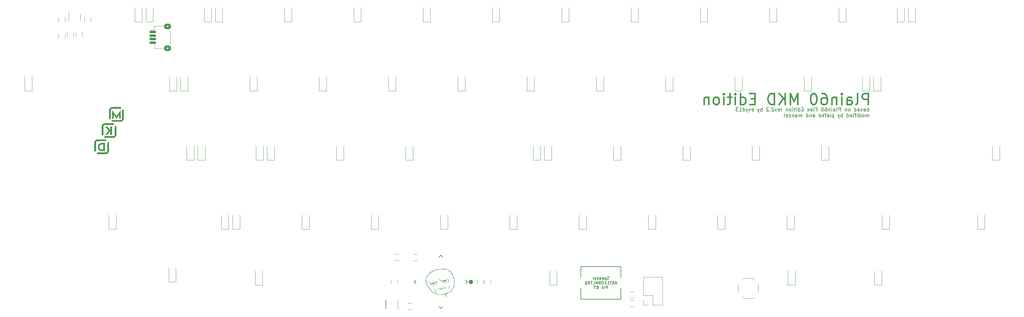
<source format=gbo>
G04 #@! TF.GenerationSoftware,KiCad,Pcbnew,(5.99.0-11336-g5116fa6d12)*
G04 #@! TF.CreationDate,2021-07-31T15:39:07+02:00*
G04 #@! TF.ProjectId,plain60-flex-mkd-hhkb,706c6169-6e36-4302-9d66-6c65782d6d6b,rev?*
G04 #@! TF.SameCoordinates,Original*
G04 #@! TF.FileFunction,Legend,Bot*
G04 #@! TF.FilePolarity,Positive*
%FSLAX46Y46*%
G04 Gerber Fmt 4.6, Leading zero omitted, Abs format (unit mm)*
G04 Created by KiCad (PCBNEW (5.99.0-11336-g5116fa6d12)) date 2021-07-31 15:39:07*
%MOMM*%
%LPD*%
G01*
G04 APERTURE LIST*
G04 Aperture macros list*
%AMRoundRect*
0 Rectangle with rounded corners*
0 $1 Rounding radius*
0 $2 $3 $4 $5 $6 $7 $8 $9 X,Y pos of 4 corners*
0 Add a 4 corners polygon primitive as box body*
4,1,4,$2,$3,$4,$5,$6,$7,$8,$9,$2,$3,0*
0 Add four circle primitives for the rounded corners*
1,1,$1+$1,$2,$3*
1,1,$1+$1,$4,$5*
1,1,$1+$1,$6,$7*
1,1,$1+$1,$8,$9*
0 Add four rect primitives between the rounded corners*
20,1,$1+$1,$2,$3,$4,$5,0*
20,1,$1+$1,$4,$5,$6,$7,0*
20,1,$1+$1,$6,$7,$8,$9,0*
20,1,$1+$1,$8,$9,$2,$3,0*%
%AMRotRect*
0 Rectangle, with rotation*
0 The origin of the aperture is its center*
0 $1 length*
0 $2 width*
0 $3 Rotation angle, in degrees counterclockwise*
0 Add horizontal line*
21,1,$1,$2,0,0,$3*%
G04 Aperture macros list end*
%ADD10C,0.400000*%
%ADD11C,0.150000*%
%ADD12C,0.120000*%
%ADD13C,2.286000*%
%ADD14C,1.701800*%
%ADD15C,3.987800*%
%ADD16C,3.048000*%
%ADD17O,7.500000X3.000000*%
%ADD18O,5.500000X3.000000*%
%ADD19R,1.200000X0.900000*%
%ADD20RotRect,1.500000X0.550000X135.000000*%
%ADD21RotRect,1.500000X0.550000X45.000000*%
%ADD22R,0.400000X2.000000*%
%ADD23R,1.700000X1.000000*%
%ADD24R,1.200000X1.300000*%
%ADD25C,2.000000*%
%ADD26R,1.300000X1.200000*%
%ADD27C,0.650000*%
%ADD28R,0.600000X1.450000*%
%ADD29R,0.300000X1.450000*%
%ADD30O,1.000000X2.100000*%
%ADD31O,1.000000X1.600000*%
%ADD32R,1.200000X1.250000*%
%ADD33R,1.250000X1.200000*%
%ADD34R,0.600000X1.200000*%
%ADD35R,1.700000X1.700000*%
%ADD36O,1.700000X1.700000*%
%ADD37R,2.500000X2.500000*%
%ADD38RoundRect,0.150000X0.775000X-0.150000X0.775000X0.150000X-0.775000X0.150000X-0.775000X-0.150000X0*%
%ADD39RoundRect,0.332800X0.567200X-0.467200X0.567200X0.467200X-0.567200X0.467200X-0.567200X-0.467200X0*%
G04 APERTURE END LIST*
D10*
X237205001Y-36527203D02*
X237205001Y-33527203D01*
X236062144Y-33527203D01*
X235776429Y-33670061D01*
X235633572Y-33812918D01*
X235490715Y-34098632D01*
X235490715Y-34527203D01*
X235633572Y-34812918D01*
X235776429Y-34955775D01*
X236062144Y-35098632D01*
X237205001Y-35098632D01*
X233776429Y-36527203D02*
X234062144Y-36384346D01*
X234205001Y-36098632D01*
X234205001Y-33527203D01*
X231347858Y-36527203D02*
X231347858Y-34955775D01*
X231490715Y-34670061D01*
X231776429Y-34527203D01*
X232347858Y-34527203D01*
X232633572Y-34670061D01*
X231347858Y-36384346D02*
X231633572Y-36527203D01*
X232347858Y-36527203D01*
X232633572Y-36384346D01*
X232776429Y-36098632D01*
X232776429Y-35812918D01*
X232633572Y-35527203D01*
X232347858Y-35384346D01*
X231633572Y-35384346D01*
X231347858Y-35241489D01*
X229919287Y-36527203D02*
X229919287Y-34527203D01*
X229919287Y-33527203D02*
X230062144Y-33670061D01*
X229919287Y-33812918D01*
X229776429Y-33670061D01*
X229919287Y-33527203D01*
X229919287Y-33812918D01*
X228490715Y-34527203D02*
X228490715Y-36527203D01*
X228490715Y-34812918D02*
X228347858Y-34670061D01*
X228062144Y-34527203D01*
X227633572Y-34527203D01*
X227347858Y-34670061D01*
X227205001Y-34955775D01*
X227205001Y-36527203D01*
X224490715Y-33527203D02*
X225062144Y-33527203D01*
X225347858Y-33670061D01*
X225490715Y-33812918D01*
X225776429Y-34241489D01*
X225919287Y-34812918D01*
X225919287Y-35955775D01*
X225776429Y-36241489D01*
X225633572Y-36384346D01*
X225347858Y-36527203D01*
X224776429Y-36527203D01*
X224490715Y-36384346D01*
X224347858Y-36241489D01*
X224205001Y-35955775D01*
X224205001Y-35241489D01*
X224347858Y-34955775D01*
X224490715Y-34812918D01*
X224776429Y-34670061D01*
X225347858Y-34670061D01*
X225633572Y-34812918D01*
X225776429Y-34955775D01*
X225919287Y-35241489D01*
X222347858Y-33527203D02*
X222062144Y-33527203D01*
X221776429Y-33670061D01*
X221633572Y-33812918D01*
X221490715Y-34098632D01*
X221347858Y-34670061D01*
X221347858Y-35384346D01*
X221490715Y-35955775D01*
X221633572Y-36241489D01*
X221776429Y-36384346D01*
X222062144Y-36527203D01*
X222347858Y-36527203D01*
X222633572Y-36384346D01*
X222776429Y-36241489D01*
X222919287Y-35955775D01*
X223062144Y-35384346D01*
X223062144Y-34670061D01*
X222919287Y-34098632D01*
X222776429Y-33812918D01*
X222633572Y-33670061D01*
X222347858Y-33527203D01*
X217776429Y-36527203D02*
X217776429Y-33527203D01*
X216776429Y-35670061D01*
X215776429Y-33527203D01*
X215776429Y-36527203D01*
X214347858Y-36527203D02*
X214347858Y-33527203D01*
X212633572Y-36527203D02*
X213919287Y-34812918D01*
X212633572Y-33527203D02*
X214347858Y-35241489D01*
X211347858Y-36527203D02*
X211347858Y-33527203D01*
X210633572Y-33527203D01*
X210205001Y-33670061D01*
X209919287Y-33955775D01*
X209776429Y-34241489D01*
X209633572Y-34812918D01*
X209633572Y-35241489D01*
X209776429Y-35812918D01*
X209919287Y-36098632D01*
X210205001Y-36384346D01*
X210633572Y-36527203D01*
X211347858Y-36527203D01*
X206062144Y-34955775D02*
X205062144Y-34955775D01*
X204633572Y-36527203D02*
X206062144Y-36527203D01*
X206062144Y-33527203D01*
X204633572Y-33527203D01*
X202062144Y-36527203D02*
X202062144Y-33527203D01*
X202062144Y-36384346D02*
X202347858Y-36527203D01*
X202919287Y-36527203D01*
X203205001Y-36384346D01*
X203347858Y-36241489D01*
X203490715Y-35955775D01*
X203490715Y-35098632D01*
X203347858Y-34812918D01*
X203205001Y-34670061D01*
X202919287Y-34527203D01*
X202347858Y-34527203D01*
X202062144Y-34670061D01*
X200633572Y-36527203D02*
X200633572Y-34527203D01*
X200633572Y-33527203D02*
X200776429Y-33670061D01*
X200633572Y-33812918D01*
X200490715Y-33670061D01*
X200633572Y-33527203D01*
X200633572Y-33812918D01*
X199633572Y-34527203D02*
X198490715Y-34527203D01*
X199205001Y-33527203D02*
X199205001Y-36098632D01*
X199062144Y-36384346D01*
X198776429Y-36527203D01*
X198490715Y-36527203D01*
X197490715Y-36527203D02*
X197490715Y-34527203D01*
X197490715Y-33527203D02*
X197633572Y-33670061D01*
X197490715Y-33812918D01*
X197347858Y-33670061D01*
X197490715Y-33527203D01*
X197490715Y-33812918D01*
X195633572Y-36527203D02*
X195919287Y-36384346D01*
X196062144Y-36241489D01*
X196205001Y-35955775D01*
X196205001Y-35098632D01*
X196062144Y-34812918D01*
X195919287Y-34670061D01*
X195633572Y-34527203D01*
X195205001Y-34527203D01*
X194919287Y-34670061D01*
X194776429Y-34812918D01*
X194633572Y-35098632D01*
X194633572Y-35955775D01*
X194776429Y-36241489D01*
X194919287Y-36384346D01*
X195205001Y-36527203D01*
X195633572Y-36527203D01*
X193347858Y-34527203D02*
X193347858Y-36527203D01*
X193347858Y-34812918D02*
X193205001Y-34670061D01*
X192919287Y-34527203D01*
X192490715Y-34527203D01*
X192205001Y-34670061D01*
X192062144Y-34955775D01*
X192062144Y-36527203D01*
D11*
X237343691Y-38407441D02*
X237343691Y-37407441D01*
X237343691Y-37788394D02*
X237248453Y-37740775D01*
X237057977Y-37740775D01*
X236962739Y-37788394D01*
X236915120Y-37836013D01*
X236867501Y-37931251D01*
X236867501Y-38216965D01*
X236915120Y-38312203D01*
X236962739Y-38359822D01*
X237057977Y-38407441D01*
X237248453Y-38407441D01*
X237343691Y-38359822D01*
X236010358Y-38407441D02*
X236010358Y-37883632D01*
X236057977Y-37788394D01*
X236153215Y-37740775D01*
X236343691Y-37740775D01*
X236438929Y-37788394D01*
X236010358Y-38359822D02*
X236105596Y-38407441D01*
X236343691Y-38407441D01*
X236438929Y-38359822D01*
X236486548Y-38264584D01*
X236486548Y-38169346D01*
X236438929Y-38074108D01*
X236343691Y-38026489D01*
X236105596Y-38026489D01*
X236010358Y-37978870D01*
X235581787Y-38359822D02*
X235486548Y-38407441D01*
X235296072Y-38407441D01*
X235200834Y-38359822D01*
X235153215Y-38264584D01*
X235153215Y-38216965D01*
X235200834Y-38121727D01*
X235296072Y-38074108D01*
X235438929Y-38074108D01*
X235534167Y-38026489D01*
X235581787Y-37931251D01*
X235581787Y-37883632D01*
X235534167Y-37788394D01*
X235438929Y-37740775D01*
X235296072Y-37740775D01*
X235200834Y-37788394D01*
X234343691Y-38359822D02*
X234438929Y-38407441D01*
X234629406Y-38407441D01*
X234724644Y-38359822D01*
X234772263Y-38264584D01*
X234772263Y-37883632D01*
X234724644Y-37788394D01*
X234629406Y-37740775D01*
X234438929Y-37740775D01*
X234343691Y-37788394D01*
X234296072Y-37883632D01*
X234296072Y-37978870D01*
X234772263Y-38074108D01*
X233438929Y-38407441D02*
X233438929Y-37407441D01*
X233438929Y-38359822D02*
X233534167Y-38407441D01*
X233724644Y-38407441D01*
X233819882Y-38359822D01*
X233867501Y-38312203D01*
X233915120Y-38216965D01*
X233915120Y-37931251D01*
X233867501Y-37836013D01*
X233819882Y-37788394D01*
X233724644Y-37740775D01*
X233534167Y-37740775D01*
X233438929Y-37788394D01*
X232057977Y-38407441D02*
X232153215Y-38359822D01*
X232200834Y-38312203D01*
X232248453Y-38216965D01*
X232248453Y-37931251D01*
X232200834Y-37836013D01*
X232153215Y-37788394D01*
X232057977Y-37740775D01*
X231915120Y-37740775D01*
X231819882Y-37788394D01*
X231772263Y-37836013D01*
X231724644Y-37931251D01*
X231724644Y-38216965D01*
X231772263Y-38312203D01*
X231819882Y-38359822D01*
X231915120Y-38407441D01*
X232057977Y-38407441D01*
X231296072Y-37740775D02*
X231296072Y-38407441D01*
X231296072Y-37836013D02*
X231248453Y-37788394D01*
X231153215Y-37740775D01*
X231010358Y-37740775D01*
X230915120Y-37788394D01*
X230867501Y-37883632D01*
X230867501Y-38407441D01*
X229629406Y-38407441D02*
X229629406Y-37407441D01*
X229248453Y-37407441D01*
X229153215Y-37455061D01*
X229105596Y-37502680D01*
X229057977Y-37597918D01*
X229057977Y-37740775D01*
X229105596Y-37836013D01*
X229153215Y-37883632D01*
X229248453Y-37931251D01*
X229629406Y-37931251D01*
X228486548Y-38407441D02*
X228581787Y-38359822D01*
X228629406Y-38264584D01*
X228629406Y-37407441D01*
X227677025Y-38407441D02*
X227677025Y-37883632D01*
X227724644Y-37788394D01*
X227819882Y-37740775D01*
X228010358Y-37740775D01*
X228105596Y-37788394D01*
X227677025Y-38359822D02*
X227772263Y-38407441D01*
X228010358Y-38407441D01*
X228105596Y-38359822D01*
X228153215Y-38264584D01*
X228153215Y-38169346D01*
X228105596Y-38074108D01*
X228010358Y-38026489D01*
X227772263Y-38026489D01*
X227677025Y-37978870D01*
X227200834Y-38407441D02*
X227200834Y-37740775D01*
X227200834Y-37407441D02*
X227248453Y-37455061D01*
X227200834Y-37502680D01*
X227153215Y-37455061D01*
X227200834Y-37407441D01*
X227200834Y-37502680D01*
X226724644Y-37740775D02*
X226724644Y-38407441D01*
X226724644Y-37836013D02*
X226677025Y-37788394D01*
X226581787Y-37740775D01*
X226438929Y-37740775D01*
X226343691Y-37788394D01*
X226296072Y-37883632D01*
X226296072Y-38407441D01*
X225391310Y-37407441D02*
X225581787Y-37407441D01*
X225677025Y-37455061D01*
X225724644Y-37502680D01*
X225819882Y-37645537D01*
X225867501Y-37836013D01*
X225867501Y-38216965D01*
X225819882Y-38312203D01*
X225772263Y-38359822D01*
X225677025Y-38407441D01*
X225486548Y-38407441D01*
X225391310Y-38359822D01*
X225343691Y-38312203D01*
X225296072Y-38216965D01*
X225296072Y-37978870D01*
X225343691Y-37883632D01*
X225391310Y-37836013D01*
X225486548Y-37788394D01*
X225677025Y-37788394D01*
X225772263Y-37836013D01*
X225819882Y-37883632D01*
X225867501Y-37978870D01*
X224677025Y-37407441D02*
X224581787Y-37407441D01*
X224486548Y-37455061D01*
X224438929Y-37502680D01*
X224391310Y-37597918D01*
X224343691Y-37788394D01*
X224343691Y-38026489D01*
X224391310Y-38216965D01*
X224438929Y-38312203D01*
X224486548Y-38359822D01*
X224581787Y-38407441D01*
X224677025Y-38407441D01*
X224772263Y-38359822D01*
X224819882Y-38312203D01*
X224867501Y-38216965D01*
X224915120Y-38026489D01*
X224915120Y-37788394D01*
X224867501Y-37597918D01*
X224819882Y-37502680D01*
X224772263Y-37455061D01*
X224677025Y-37407441D01*
X222819882Y-37883632D02*
X223153215Y-37883632D01*
X223153215Y-38407441D02*
X223153215Y-37407441D01*
X222677025Y-37407441D01*
X222153215Y-38407441D02*
X222248453Y-38359822D01*
X222296072Y-38264584D01*
X222296072Y-37407441D01*
X221391310Y-38359822D02*
X221486548Y-38407441D01*
X221677025Y-38407441D01*
X221772263Y-38359822D01*
X221819882Y-38264584D01*
X221819882Y-37883632D01*
X221772263Y-37788394D01*
X221677025Y-37740775D01*
X221486548Y-37740775D01*
X221391310Y-37788394D01*
X221343691Y-37883632D01*
X221343691Y-37978870D01*
X221819882Y-38074108D01*
X221010358Y-38407441D02*
X220486548Y-37740775D01*
X221010358Y-37740775D02*
X220486548Y-38407441D01*
X219343691Y-37883632D02*
X219010358Y-37883632D01*
X218867501Y-38407441D02*
X219343691Y-38407441D01*
X219343691Y-37407441D01*
X218867501Y-37407441D01*
X218010358Y-38407441D02*
X218010358Y-37407441D01*
X218010358Y-38359822D02*
X218105596Y-38407441D01*
X218296072Y-38407441D01*
X218391310Y-38359822D01*
X218438929Y-38312203D01*
X218486548Y-38216965D01*
X218486548Y-37931251D01*
X218438929Y-37836013D01*
X218391310Y-37788394D01*
X218296072Y-37740775D01*
X218105596Y-37740775D01*
X218010358Y-37788394D01*
X217534167Y-38407441D02*
X217534167Y-37740775D01*
X217534167Y-37407441D02*
X217581787Y-37455061D01*
X217534167Y-37502680D01*
X217486548Y-37455061D01*
X217534167Y-37407441D01*
X217534167Y-37502680D01*
X217200834Y-37740775D02*
X216819882Y-37740775D01*
X217057977Y-37407441D02*
X217057977Y-38264584D01*
X217010358Y-38359822D01*
X216915120Y-38407441D01*
X216819882Y-38407441D01*
X216486548Y-38407441D02*
X216486548Y-37740775D01*
X216486548Y-37407441D02*
X216534167Y-37455061D01*
X216486548Y-37502680D01*
X216438929Y-37455061D01*
X216486548Y-37407441D01*
X216486548Y-37502680D01*
X215867501Y-38407441D02*
X215962739Y-38359822D01*
X216010358Y-38312203D01*
X216057977Y-38216965D01*
X216057977Y-37931251D01*
X216010358Y-37836013D01*
X215962739Y-37788394D01*
X215867501Y-37740775D01*
X215724644Y-37740775D01*
X215629406Y-37788394D01*
X215581787Y-37836013D01*
X215534167Y-37931251D01*
X215534167Y-38216965D01*
X215581787Y-38312203D01*
X215629406Y-38359822D01*
X215724644Y-38407441D01*
X215867501Y-38407441D01*
X215105596Y-37740775D02*
X215105596Y-38407441D01*
X215105596Y-37836013D02*
X215057977Y-37788394D01*
X214962739Y-37740775D01*
X214819882Y-37740775D01*
X214724644Y-37788394D01*
X214677025Y-37883632D01*
X214677025Y-38407441D01*
X213438929Y-38407441D02*
X213438929Y-37740775D01*
X213438929Y-37931251D02*
X213391310Y-37836013D01*
X213343691Y-37788394D01*
X213248453Y-37740775D01*
X213153215Y-37740775D01*
X212438929Y-38359822D02*
X212534167Y-38407441D01*
X212724644Y-38407441D01*
X212819882Y-38359822D01*
X212867501Y-38264584D01*
X212867501Y-37883632D01*
X212819882Y-37788394D01*
X212724644Y-37740775D01*
X212534167Y-37740775D01*
X212438929Y-37788394D01*
X212391310Y-37883632D01*
X212391310Y-37978870D01*
X212867501Y-38074108D01*
X212057977Y-37740775D02*
X211819882Y-38407441D01*
X211581787Y-37740775D01*
X211248453Y-37502680D02*
X211200834Y-37455061D01*
X211105596Y-37407441D01*
X210867501Y-37407441D01*
X210772263Y-37455061D01*
X210724644Y-37502680D01*
X210677025Y-37597918D01*
X210677025Y-37693156D01*
X210724644Y-37836013D01*
X211296072Y-38407441D01*
X210677025Y-38407441D01*
X210248453Y-38312203D02*
X210200834Y-38359822D01*
X210248453Y-38407441D01*
X210296072Y-38359822D01*
X210248453Y-38312203D01*
X210248453Y-38407441D01*
X209819882Y-37502680D02*
X209772263Y-37455061D01*
X209677025Y-37407441D01*
X209438929Y-37407441D01*
X209343691Y-37455061D01*
X209296072Y-37502680D01*
X209248453Y-37597918D01*
X209248453Y-37693156D01*
X209296072Y-37836013D01*
X209867501Y-38407441D01*
X209248453Y-38407441D01*
X208057977Y-38407441D02*
X208057977Y-37407441D01*
X208057977Y-37788394D02*
X207962739Y-37740775D01*
X207772263Y-37740775D01*
X207677025Y-37788394D01*
X207629406Y-37836013D01*
X207581787Y-37931251D01*
X207581787Y-38216965D01*
X207629406Y-38312203D01*
X207677025Y-38359822D01*
X207772263Y-38407441D01*
X207962739Y-38407441D01*
X208057977Y-38359822D01*
X207248453Y-37740775D02*
X207010358Y-38407441D01*
X206772263Y-37740775D02*
X207010358Y-38407441D01*
X207105596Y-38645537D01*
X207153215Y-38693156D01*
X207248453Y-38740775D01*
X205248453Y-38359822D02*
X205343691Y-38407441D01*
X205534167Y-38407441D01*
X205629406Y-38359822D01*
X205677025Y-38264584D01*
X205677025Y-37883632D01*
X205629406Y-37788394D01*
X205534167Y-37740775D01*
X205343691Y-37740775D01*
X205248453Y-37788394D01*
X205200834Y-37883632D01*
X205200834Y-37978870D01*
X205677025Y-38074108D01*
X204867501Y-37740775D02*
X204629406Y-38407441D01*
X204391310Y-37740775D01*
X204105596Y-37740775D02*
X203867501Y-38407441D01*
X203629406Y-37740775D02*
X203867501Y-38407441D01*
X203962739Y-38645537D01*
X204010358Y-38693156D01*
X204105596Y-38740775D01*
X202819882Y-38407441D02*
X202819882Y-37407441D01*
X202819882Y-38359822D02*
X202915120Y-38407441D01*
X203105596Y-38407441D01*
X203200834Y-38359822D01*
X203248453Y-38312203D01*
X203296072Y-38216965D01*
X203296072Y-37931251D01*
X203248453Y-37836013D01*
X203200834Y-37788394D01*
X203105596Y-37740775D01*
X202915120Y-37740775D01*
X202819882Y-37788394D01*
X201819882Y-38407441D02*
X202391310Y-38407441D01*
X202105596Y-38407441D02*
X202105596Y-37407441D01*
X202200834Y-37550299D01*
X202296072Y-37645537D01*
X202391310Y-37693156D01*
X201486548Y-37407441D02*
X200867501Y-37407441D01*
X201200834Y-37788394D01*
X201057977Y-37788394D01*
X200962739Y-37836013D01*
X200915120Y-37883632D01*
X200867501Y-37978870D01*
X200867501Y-38216965D01*
X200915120Y-38312203D01*
X200962739Y-38359822D01*
X201057977Y-38407441D01*
X201343691Y-38407441D01*
X201438929Y-38359822D01*
X201486548Y-38312203D01*
X237343691Y-40017441D02*
X237343691Y-39350775D01*
X237343691Y-39446013D02*
X237296072Y-39398394D01*
X237200834Y-39350775D01*
X237057977Y-39350775D01*
X236962739Y-39398394D01*
X236915120Y-39493632D01*
X236915120Y-40017441D01*
X236915120Y-39493632D02*
X236867501Y-39398394D01*
X236772263Y-39350775D01*
X236629406Y-39350775D01*
X236534167Y-39398394D01*
X236486548Y-39493632D01*
X236486548Y-40017441D01*
X235867501Y-40017441D02*
X235962739Y-39969822D01*
X236010358Y-39922203D01*
X236057977Y-39826965D01*
X236057977Y-39541251D01*
X236010358Y-39446013D01*
X235962739Y-39398394D01*
X235867501Y-39350775D01*
X235724644Y-39350775D01*
X235629406Y-39398394D01*
X235581787Y-39446013D01*
X235534167Y-39541251D01*
X235534167Y-39826965D01*
X235581787Y-39922203D01*
X235629406Y-39969822D01*
X235724644Y-40017441D01*
X235867501Y-40017441D01*
X234677025Y-40017441D02*
X234677025Y-39017441D01*
X234677025Y-39969822D02*
X234772263Y-40017441D01*
X234962739Y-40017441D01*
X235057977Y-39969822D01*
X235105596Y-39922203D01*
X235153215Y-39826965D01*
X235153215Y-39541251D01*
X235105596Y-39446013D01*
X235057977Y-39398394D01*
X234962739Y-39350775D01*
X234772263Y-39350775D01*
X234677025Y-39398394D01*
X234200834Y-40017441D02*
X234200834Y-39350775D01*
X234200834Y-39017441D02*
X234248453Y-39065061D01*
X234200834Y-39112680D01*
X234153215Y-39065061D01*
X234200834Y-39017441D01*
X234200834Y-39112680D01*
X233867501Y-39350775D02*
X233486548Y-39350775D01*
X233724644Y-40017441D02*
X233724644Y-39160299D01*
X233677025Y-39065061D01*
X233581787Y-39017441D01*
X233486548Y-39017441D01*
X233153215Y-40017441D02*
X233153215Y-39350775D01*
X233153215Y-39017441D02*
X233200834Y-39065061D01*
X233153215Y-39112680D01*
X233105596Y-39065061D01*
X233153215Y-39017441D01*
X233153215Y-39112680D01*
X232296072Y-39969822D02*
X232391310Y-40017441D01*
X232581787Y-40017441D01*
X232677025Y-39969822D01*
X232724644Y-39874584D01*
X232724644Y-39493632D01*
X232677025Y-39398394D01*
X232581787Y-39350775D01*
X232391310Y-39350775D01*
X232296072Y-39398394D01*
X232248453Y-39493632D01*
X232248453Y-39588870D01*
X232724644Y-39684108D01*
X231391310Y-40017441D02*
X231391310Y-39017441D01*
X231391310Y-39969822D02*
X231486548Y-40017441D01*
X231677025Y-40017441D01*
X231772263Y-39969822D01*
X231819882Y-39922203D01*
X231867501Y-39826965D01*
X231867501Y-39541251D01*
X231819882Y-39446013D01*
X231772263Y-39398394D01*
X231677025Y-39350775D01*
X231486548Y-39350775D01*
X231391310Y-39398394D01*
X230153215Y-40017441D02*
X230153215Y-39017441D01*
X230153215Y-39398394D02*
X230057977Y-39350775D01*
X229867501Y-39350775D01*
X229772263Y-39398394D01*
X229724644Y-39446013D01*
X229677025Y-39541251D01*
X229677025Y-39826965D01*
X229724644Y-39922203D01*
X229772263Y-39969822D01*
X229867501Y-40017441D01*
X230057977Y-40017441D01*
X230153215Y-39969822D01*
X229343691Y-39350775D02*
X229105596Y-40017441D01*
X228867501Y-39350775D02*
X229105596Y-40017441D01*
X229200834Y-40255537D01*
X229248453Y-40303156D01*
X229343691Y-40350775D01*
X227724644Y-39350775D02*
X227724644Y-40350775D01*
X227724644Y-39398394D02*
X227629406Y-39350775D01*
X227438929Y-39350775D01*
X227343691Y-39398394D01*
X227296072Y-39446013D01*
X227248453Y-39541251D01*
X227248453Y-39826965D01*
X227296072Y-39922203D01*
X227343691Y-39969822D01*
X227438929Y-40017441D01*
X227629406Y-40017441D01*
X227724644Y-39969822D01*
X226819882Y-40017441D02*
X226819882Y-39350775D01*
X226819882Y-39017441D02*
X226867501Y-39065061D01*
X226819882Y-39112680D01*
X226772263Y-39065061D01*
X226819882Y-39017441D01*
X226819882Y-39112680D01*
X225962739Y-39969822D02*
X226057977Y-40017441D01*
X226248453Y-40017441D01*
X226343691Y-39969822D01*
X226391310Y-39874584D01*
X226391310Y-39493632D01*
X226343691Y-39398394D01*
X226248453Y-39350775D01*
X226057977Y-39350775D01*
X225962739Y-39398394D01*
X225915120Y-39493632D01*
X225915120Y-39588870D01*
X226391310Y-39684108D01*
X225629406Y-39350775D02*
X225248453Y-39350775D01*
X225486548Y-40017441D02*
X225486548Y-39160299D01*
X225438929Y-39065061D01*
X225343691Y-39017441D01*
X225248453Y-39017441D01*
X224915120Y-40017441D02*
X224915120Y-39017441D01*
X224819882Y-39636489D02*
X224534167Y-40017441D01*
X224534167Y-39350775D02*
X224915120Y-39731727D01*
X223724644Y-39969822D02*
X223819882Y-40017441D01*
X224010358Y-40017441D01*
X224105596Y-39969822D01*
X224153215Y-39874584D01*
X224153215Y-39493632D01*
X224105596Y-39398394D01*
X224010358Y-39350775D01*
X223819882Y-39350775D01*
X223724644Y-39398394D01*
X223677025Y-39493632D01*
X223677025Y-39588870D01*
X224153215Y-39684108D01*
X222057977Y-40017441D02*
X222057977Y-39493632D01*
X222105596Y-39398394D01*
X222200834Y-39350775D01*
X222391310Y-39350775D01*
X222486548Y-39398394D01*
X222057977Y-39969822D02*
X222153215Y-40017441D01*
X222391310Y-40017441D01*
X222486548Y-39969822D01*
X222534167Y-39874584D01*
X222534167Y-39779346D01*
X222486548Y-39684108D01*
X222391310Y-39636489D01*
X222153215Y-39636489D01*
X222057977Y-39588870D01*
X221581787Y-39350775D02*
X221581787Y-40017441D01*
X221581787Y-39446013D02*
X221534167Y-39398394D01*
X221438929Y-39350775D01*
X221296072Y-39350775D01*
X221200834Y-39398394D01*
X221153215Y-39493632D01*
X221153215Y-40017441D01*
X220248453Y-40017441D02*
X220248453Y-39017441D01*
X220248453Y-39969822D02*
X220343691Y-40017441D01*
X220534167Y-40017441D01*
X220629406Y-39969822D01*
X220677025Y-39922203D01*
X220724644Y-39826965D01*
X220724644Y-39541251D01*
X220677025Y-39446013D01*
X220629406Y-39398394D01*
X220534167Y-39350775D01*
X220343691Y-39350775D01*
X220248453Y-39398394D01*
X219010358Y-40017441D02*
X219010358Y-39350775D01*
X219010358Y-39446013D02*
X218962739Y-39398394D01*
X218867501Y-39350775D01*
X218724644Y-39350775D01*
X218629406Y-39398394D01*
X218581787Y-39493632D01*
X218581787Y-40017441D01*
X218581787Y-39493632D02*
X218534167Y-39398394D01*
X218438929Y-39350775D01*
X218296072Y-39350775D01*
X218200834Y-39398394D01*
X218153215Y-39493632D01*
X218153215Y-40017441D01*
X217248453Y-40017441D02*
X217248453Y-39493632D01*
X217296072Y-39398394D01*
X217391310Y-39350775D01*
X217581787Y-39350775D01*
X217677025Y-39398394D01*
X217248453Y-39969822D02*
X217343691Y-40017441D01*
X217581787Y-40017441D01*
X217677025Y-39969822D01*
X217724644Y-39874584D01*
X217724644Y-39779346D01*
X217677025Y-39684108D01*
X217581787Y-39636489D01*
X217343691Y-39636489D01*
X217248453Y-39588870D01*
X216772263Y-39350775D02*
X216772263Y-40017441D01*
X216772263Y-39446013D02*
X216724644Y-39398394D01*
X216629406Y-39350775D01*
X216486548Y-39350775D01*
X216391310Y-39398394D01*
X216343691Y-39493632D01*
X216343691Y-40017441D01*
X215962739Y-39350775D02*
X215438929Y-39350775D01*
X215962739Y-40017441D01*
X215438929Y-40017441D01*
X214677025Y-39969822D02*
X214772263Y-40017441D01*
X214962739Y-40017441D01*
X215057977Y-39969822D01*
X215105596Y-39874584D01*
X215105596Y-39493632D01*
X215057977Y-39398394D01*
X214962739Y-39350775D01*
X214772263Y-39350775D01*
X214677025Y-39398394D01*
X214629406Y-39493632D01*
X214629406Y-39588870D01*
X215105596Y-39684108D01*
X214057977Y-40017441D02*
X214153215Y-39969822D01*
X214200834Y-39874584D01*
X214200834Y-39017441D01*
X165920598Y-84760881D02*
X165806313Y-84798976D01*
X165615836Y-84798976D01*
X165539646Y-84760881D01*
X165501551Y-84722786D01*
X165463455Y-84646595D01*
X165463455Y-84570405D01*
X165501551Y-84494214D01*
X165539646Y-84456119D01*
X165615836Y-84418024D01*
X165768217Y-84379929D01*
X165844408Y-84341833D01*
X165882503Y-84303738D01*
X165920598Y-84227548D01*
X165920598Y-84151357D01*
X165882503Y-84075167D01*
X165844408Y-84037072D01*
X165768217Y-83998976D01*
X165577741Y-83998976D01*
X165463455Y-84037072D01*
X165120598Y-84265643D02*
X165120598Y-85065643D01*
X165120598Y-84303738D02*
X165044408Y-84265643D01*
X164892027Y-84265643D01*
X164815836Y-84303738D01*
X164777741Y-84341833D01*
X164739646Y-84418024D01*
X164739646Y-84646595D01*
X164777741Y-84722786D01*
X164815836Y-84760881D01*
X164892027Y-84798976D01*
X165044408Y-84798976D01*
X165120598Y-84760881D01*
X164092027Y-84760881D02*
X164168217Y-84798976D01*
X164320598Y-84798976D01*
X164396789Y-84760881D01*
X164434884Y-84684691D01*
X164434884Y-84379929D01*
X164396789Y-84303738D01*
X164320598Y-84265643D01*
X164168217Y-84265643D01*
X164092027Y-84303738D01*
X164053932Y-84379929D01*
X164053932Y-84456119D01*
X164434884Y-84532310D01*
X163368217Y-84798976D02*
X163368217Y-84379929D01*
X163406313Y-84303738D01*
X163482503Y-84265643D01*
X163634884Y-84265643D01*
X163711074Y-84303738D01*
X163368217Y-84760881D02*
X163444408Y-84798976D01*
X163634884Y-84798976D01*
X163711074Y-84760881D01*
X163749170Y-84684691D01*
X163749170Y-84608500D01*
X163711074Y-84532310D01*
X163634884Y-84494214D01*
X163444408Y-84494214D01*
X163368217Y-84456119D01*
X162987265Y-84798976D02*
X162987265Y-83998976D01*
X162911074Y-84494214D02*
X162682503Y-84798976D01*
X162682503Y-84265643D02*
X162987265Y-84570405D01*
X162034884Y-84760881D02*
X162111074Y-84798976D01*
X162263455Y-84798976D01*
X162339646Y-84760881D01*
X162377741Y-84684691D01*
X162377741Y-84379929D01*
X162339646Y-84303738D01*
X162263455Y-84265643D01*
X162111074Y-84265643D01*
X162034884Y-84303738D01*
X161996789Y-84379929D01*
X161996789Y-84456119D01*
X162377741Y-84532310D01*
X161653932Y-84798976D02*
X161653932Y-84265643D01*
X161653932Y-84418024D02*
X161615836Y-84341833D01*
X161577741Y-84303738D01*
X161501551Y-84265643D01*
X161425360Y-84265643D01*
X168015836Y-85858405D02*
X167634884Y-85858405D01*
X168092027Y-86086976D02*
X167825360Y-85286976D01*
X167558694Y-86086976D01*
X167330122Y-86048881D02*
X167215836Y-86086976D01*
X167025360Y-86086976D01*
X166949170Y-86048881D01*
X166911075Y-86010786D01*
X166872979Y-85934595D01*
X166872979Y-85858405D01*
X166911075Y-85782214D01*
X166949170Y-85744119D01*
X167025360Y-85706024D01*
X167177741Y-85667929D01*
X167253932Y-85629833D01*
X167292027Y-85591738D01*
X167330122Y-85515548D01*
X167330122Y-85439357D01*
X167292027Y-85363167D01*
X167253932Y-85325072D01*
X167177741Y-85286976D01*
X166987265Y-85286976D01*
X166872979Y-85325072D01*
X166644408Y-85286976D02*
X166187265Y-85286976D01*
X166415836Y-86086976D02*
X166415836Y-85286976D01*
X165501551Y-86086976D02*
X165958694Y-86086976D01*
X165730122Y-86086976D02*
X165730122Y-85286976D01*
X165806313Y-85401262D01*
X165882503Y-85477452D01*
X165958694Y-85515548D01*
X164739646Y-86086976D02*
X165196789Y-86086976D01*
X164968217Y-86086976D02*
X164968217Y-85286976D01*
X165044408Y-85401262D01*
X165120598Y-85477452D01*
X165196789Y-85515548D01*
X164244408Y-85286976D02*
X164168217Y-85286976D01*
X164092027Y-85325072D01*
X164053932Y-85363167D01*
X164015836Y-85439357D01*
X163977741Y-85591738D01*
X163977741Y-85782214D01*
X164015836Y-85934595D01*
X164053932Y-86010786D01*
X164092027Y-86048881D01*
X164168217Y-86086976D01*
X164244408Y-86086976D01*
X164320598Y-86048881D01*
X164358694Y-86010786D01*
X164396789Y-85934595D01*
X164434884Y-85782214D01*
X164434884Y-85591738D01*
X164396789Y-85439357D01*
X164358694Y-85363167D01*
X164320598Y-85325072D01*
X164244408Y-85286976D01*
X163596789Y-86086976D02*
X163444408Y-86086976D01*
X163368217Y-86048881D01*
X163330122Y-86010786D01*
X163253932Y-85896500D01*
X163215836Y-85744119D01*
X163215836Y-85439357D01*
X163253932Y-85363167D01*
X163292027Y-85325072D01*
X163368217Y-85286976D01*
X163520598Y-85286976D01*
X163596789Y-85325072D01*
X163634884Y-85363167D01*
X163672979Y-85439357D01*
X163672979Y-85629833D01*
X163634884Y-85706024D01*
X163596789Y-85744119D01*
X163520598Y-85782214D01*
X163368217Y-85782214D01*
X163292027Y-85744119D01*
X163253932Y-85706024D01*
X163215836Y-85629833D01*
X162872979Y-86086976D02*
X162872979Y-85286976D01*
X162606313Y-85858405D01*
X162339646Y-85286976D01*
X162339646Y-86086976D01*
X161577741Y-86086976D02*
X161958694Y-86086976D01*
X161958694Y-85286976D01*
X161425360Y-85286976D02*
X160968217Y-85286976D01*
X161196789Y-86086976D02*
X161196789Y-85286976D01*
X160244408Y-86086976D02*
X160511075Y-85706024D01*
X160701551Y-86086976D02*
X160701551Y-85286976D01*
X160396789Y-85286976D01*
X160320598Y-85325072D01*
X160282503Y-85363167D01*
X160244408Y-85439357D01*
X160244408Y-85553643D01*
X160282503Y-85629833D01*
X160320598Y-85667929D01*
X160396789Y-85706024D01*
X160701551Y-85706024D01*
X159368217Y-86163167D02*
X159444408Y-86125072D01*
X159520598Y-86048881D01*
X159634884Y-85934595D01*
X159711075Y-85896500D01*
X159787265Y-85896500D01*
X159749170Y-86086976D02*
X159825360Y-86048881D01*
X159901551Y-85972691D01*
X159939646Y-85820310D01*
X159939646Y-85553643D01*
X159901551Y-85401262D01*
X159825360Y-85325072D01*
X159749170Y-85286976D01*
X159596789Y-85286976D01*
X159520598Y-85325072D01*
X159444408Y-85401262D01*
X159406313Y-85553643D01*
X159406313Y-85820310D01*
X159444408Y-85972691D01*
X159520598Y-86048881D01*
X159596789Y-86086976D01*
X159749170Y-86086976D01*
X165558694Y-87374976D02*
X165558694Y-86574976D01*
X165253932Y-86574976D01*
X165177741Y-86613072D01*
X165139646Y-86651167D01*
X165101551Y-86727357D01*
X165101551Y-86841643D01*
X165139646Y-86917833D01*
X165177741Y-86955929D01*
X165253932Y-86994024D01*
X165558694Y-86994024D01*
X164758694Y-87374976D02*
X164758694Y-86841643D01*
X164758694Y-86574976D02*
X164796789Y-86613072D01*
X164758694Y-86651167D01*
X164720598Y-86613072D01*
X164758694Y-86574976D01*
X164758694Y-86651167D01*
X164377741Y-86841643D02*
X164377741Y-87374976D01*
X164377741Y-86917833D02*
X164339646Y-86879738D01*
X164263455Y-86841643D01*
X164149170Y-86841643D01*
X164072979Y-86879738D01*
X164034884Y-86955929D01*
X164034884Y-87374976D01*
X162777741Y-86955929D02*
X162663455Y-86994024D01*
X162625360Y-87032119D01*
X162587265Y-87108310D01*
X162587265Y-87222595D01*
X162625360Y-87298786D01*
X162663455Y-87336881D01*
X162739646Y-87374976D01*
X163044408Y-87374976D01*
X163044408Y-86574976D01*
X162777741Y-86574976D01*
X162701551Y-86613072D01*
X162663455Y-86651167D01*
X162625360Y-86727357D01*
X162625360Y-86803548D01*
X162663455Y-86879738D01*
X162701551Y-86917833D01*
X162777741Y-86955929D01*
X163044408Y-86955929D01*
X162320598Y-86574976D02*
X161787265Y-86574976D01*
X162130122Y-87374976D01*
D12*
X238932417Y-86325561D02*
X238932417Y-82425561D01*
X240932417Y-86325561D02*
X240932417Y-82425561D01*
X240932417Y-86325561D02*
X238932417Y-86325561D01*
X215098619Y-86325561D02*
X215098619Y-82425561D01*
X217098619Y-86325561D02*
X215098619Y-86325561D01*
X217098619Y-86325561D02*
X217098619Y-82425561D01*
X149614189Y-86325561D02*
X149614189Y-82425561D01*
X151614189Y-86325561D02*
X151614189Y-82425561D01*
X151614189Y-86325561D02*
X149614189Y-86325561D01*
X70679287Y-86325561D02*
X70679287Y-82425561D01*
X68679287Y-86325561D02*
X68679287Y-82425561D01*
X70679287Y-86325561D02*
X68679287Y-86325561D01*
X269225000Y-70925000D02*
X269225000Y-67025000D01*
X269225000Y-70925000D02*
X267225000Y-70925000D01*
X267225000Y-70925000D02*
X267225000Y-67025000D01*
X243031460Y-70925056D02*
X241031460Y-70925056D01*
X241031460Y-70925056D02*
X241031460Y-67025056D01*
X243031460Y-70925056D02*
X243031460Y-67025056D01*
X214837500Y-70925000D02*
X214837500Y-67025000D01*
X216837500Y-70925000D02*
X214837500Y-70925000D01*
X216837500Y-70925000D02*
X216837500Y-67025000D01*
X197787500Y-70925000D02*
X195787500Y-70925000D01*
X197787500Y-70925000D02*
X197787500Y-67025000D01*
X195787500Y-70925000D02*
X195787500Y-67025000D01*
X140637500Y-70925000D02*
X138637500Y-70925000D01*
X140637500Y-70925000D02*
X140637500Y-67025000D01*
X138637500Y-70925000D02*
X138637500Y-67025000D01*
X100537500Y-70925000D02*
X100537500Y-67025000D01*
X102537500Y-70925000D02*
X102537500Y-67025000D01*
X102537500Y-70925000D02*
X100537500Y-70925000D01*
X81487500Y-70925000D02*
X81487500Y-67025000D01*
X83487500Y-70925000D02*
X81487500Y-70925000D01*
X83487500Y-70925000D02*
X83487500Y-67025000D01*
X221600000Y-32825000D02*
X221600000Y-28925000D01*
X221600000Y-32825000D02*
X219600000Y-32825000D01*
X219600000Y-32825000D02*
X219600000Y-28925000D01*
X224362500Y-51875000D02*
X224362500Y-47975000D01*
X226362500Y-51875000D02*
X226362500Y-47975000D01*
X226362500Y-51875000D02*
X224362500Y-51875000D01*
X48150000Y-32825000D02*
X48150000Y-28925000D01*
X50150000Y-32825000D02*
X50150000Y-28925000D01*
X50150000Y-32825000D02*
X48150000Y-32825000D01*
X183500000Y-32825000D02*
X183500000Y-28925000D01*
X183500000Y-32825000D02*
X181500000Y-32825000D01*
X181500000Y-32825000D02*
X181500000Y-28925000D01*
X207312500Y-51875000D02*
X207312500Y-47975000D01*
X207312500Y-51875000D02*
X205312500Y-51875000D01*
X205312500Y-51875000D02*
X205312500Y-47975000D01*
X110062500Y-51875000D02*
X110062500Y-47975000D01*
X112062500Y-51875000D02*
X110062500Y-51875000D01*
X112062500Y-51875000D02*
X112062500Y-47975000D01*
X52912500Y-51875000D02*
X52912500Y-47975000D01*
X54912500Y-51875000D02*
X52912500Y-51875000D01*
X54912500Y-51875000D02*
X54912500Y-47975000D01*
X188262500Y-51875000D02*
X186262500Y-51875000D01*
X186262500Y-51875000D02*
X186262500Y-47975000D01*
X188262500Y-51875000D02*
X188262500Y-47975000D01*
X145112500Y-51875000D02*
X145112500Y-47975000D01*
X147112500Y-51875000D02*
X147112500Y-47975000D01*
X147112500Y-51875000D02*
X145112500Y-51875000D01*
X49862500Y-51875000D02*
X49862500Y-47975000D01*
X51862500Y-51875000D02*
X49862500Y-51875000D01*
X51862500Y-51875000D02*
X51862500Y-47975000D01*
X71962500Y-51875000D02*
X71962500Y-47975000D01*
X73962500Y-51875000D02*
X73962500Y-47975000D01*
X73962500Y-51875000D02*
X71962500Y-51875000D01*
X105300000Y-32825000D02*
X105300000Y-28925000D01*
X107300000Y-32825000D02*
X105300000Y-32825000D01*
X107300000Y-32825000D02*
X107300000Y-28925000D01*
X200550000Y-32825000D02*
X200550000Y-28925000D01*
X202550000Y-32825000D02*
X200550000Y-32825000D01*
X202550000Y-32825000D02*
X202550000Y-28925000D01*
X126350000Y-32825000D02*
X126350000Y-28925000D01*
X124350000Y-32825000D02*
X124350000Y-28925000D01*
X126350000Y-32825000D02*
X124350000Y-32825000D01*
X162450000Y-32825000D02*
X162450000Y-28925000D01*
X164450000Y-32825000D02*
X164450000Y-28925000D01*
X164450000Y-32825000D02*
X162450000Y-32825000D01*
X148162500Y-51875000D02*
X148162500Y-47975000D01*
X150162500Y-51875000D02*
X148162500Y-51875000D01*
X150162500Y-51875000D02*
X150162500Y-47975000D01*
X91012500Y-51875000D02*
X91012500Y-47975000D01*
X93012500Y-51875000D02*
X93012500Y-47975000D01*
X93012500Y-51875000D02*
X91012500Y-51875000D01*
X61387500Y-70925000D02*
X61387500Y-67025000D01*
X61387500Y-70925000D02*
X59387500Y-70925000D01*
X59387500Y-70925000D02*
X59387500Y-67025000D01*
X159687500Y-70925000D02*
X157687500Y-70925000D01*
X159687500Y-70925000D02*
X159687500Y-67025000D01*
X157687500Y-70925000D02*
X157687500Y-67025000D01*
X273318700Y-51875000D02*
X271318700Y-51875000D01*
X271318700Y-51875000D02*
X271318700Y-47975000D01*
X273318700Y-51875000D02*
X273318700Y-47975000D01*
X44904299Y-85500061D02*
X44904299Y-81600061D01*
X46904299Y-85500061D02*
X46904299Y-81600061D01*
X46904299Y-85500061D02*
X44904299Y-85500061D01*
X169212500Y-51875000D02*
X169212500Y-47975000D01*
X167212500Y-51875000D02*
X167212500Y-47975000D01*
X169212500Y-51875000D02*
X167212500Y-51875000D01*
X86250000Y-32825000D02*
X86250000Y-28925000D01*
X88250000Y-32825000D02*
X86250000Y-32825000D01*
X88250000Y-32825000D02*
X88250000Y-28925000D01*
X240650000Y-32825000D02*
X238650000Y-32825000D01*
X240650000Y-32825000D02*
X240650000Y-28925000D01*
X238650000Y-32825000D02*
X238650000Y-28925000D01*
X70912500Y-51875000D02*
X70912500Y-47975000D01*
X68912500Y-51875000D02*
X68912500Y-47975000D01*
X70912500Y-51875000D02*
X68912500Y-51875000D01*
X145400000Y-32825000D02*
X145400000Y-28925000D01*
X143400000Y-32825000D02*
X143400000Y-28925000D01*
X145400000Y-32825000D02*
X143400000Y-32825000D01*
X178737500Y-70925000D02*
X178737500Y-67025000D01*
X178737500Y-70925000D02*
X176737500Y-70925000D01*
X176737500Y-70925000D02*
X176737500Y-67025000D01*
X119587500Y-70925000D02*
X119587500Y-67025000D01*
X121587500Y-70925000D02*
X121587500Y-67025000D01*
X121587500Y-70925000D02*
X119587500Y-70925000D01*
X69200000Y-32825000D02*
X67200000Y-32825000D01*
X67200000Y-32825000D02*
X67200000Y-28925000D01*
X69200000Y-32825000D02*
X69200000Y-28925000D01*
D11*
X127035640Y-85482325D02*
X126629054Y-85888911D01*
X119717085Y-78163770D02*
X119239788Y-78641067D01*
X119717085Y-92800880D02*
X119239788Y-92323583D01*
X112398530Y-85482325D02*
X112875827Y-85005028D01*
X128068723Y-85572128D02*
X127978921Y-85482325D01*
X112398530Y-85482325D02*
X112875827Y-85959622D01*
X119717085Y-92800880D02*
X120194382Y-92323583D01*
X119717085Y-78163770D02*
X120194382Y-78641067D01*
X127035640Y-85482325D02*
X126558343Y-85005028D01*
X128232921Y-85482325D02*
G75*
G03*
X128232921Y-85482325I-254000J0D01*
G01*
X128502556Y-85482325D02*
G75*
G03*
X128502556Y-85482325I-523635J0D01*
G01*
X128380531Y-85482325D02*
G75*
G03*
X128380531Y-85482325I-401610J0D01*
G01*
X128262902Y-85482325D02*
G75*
G03*
X128262902Y-85482325I-283981J0D01*
G01*
X128105922Y-85482325D02*
G75*
G03*
X128105922Y-85482325I-127001J0D01*
G01*
D12*
X107929287Y-92800061D02*
X107929287Y-90800061D01*
X104629287Y-92800061D02*
X104779287Y-92800061D01*
X104429287Y-90800061D02*
X104429287Y-90400061D01*
X104429287Y-92800061D02*
X104429287Y-90800061D01*
X107929287Y-90400061D02*
X107779287Y-90400061D01*
X107929287Y-90800061D02*
X107929287Y-90400061D01*
X104629287Y-90800061D02*
X104629287Y-90400061D01*
X104629287Y-90400061D02*
X104779287Y-90400061D01*
X104629287Y-90800061D02*
X104629287Y-92800061D01*
X107929287Y-92800061D02*
X107779287Y-92800061D01*
X205929287Y-89500061D02*
X205479287Y-89950061D01*
X205479287Y-89950061D02*
X202979287Y-89950061D01*
X205929287Y-84900061D02*
X205479287Y-84450061D01*
X201479287Y-86200061D02*
X201479287Y-88200061D01*
X205479287Y-84450061D02*
X202979287Y-84450061D01*
X202529287Y-89500061D02*
X202979287Y-89950061D01*
X206979287Y-86200061D02*
X206979287Y-88200061D01*
X202529287Y-84900061D02*
X202979287Y-84450061D01*
X108179287Y-77820061D02*
X106979287Y-77820061D01*
X106979287Y-79580061D02*
X108179287Y-79580061D01*
X173975000Y-13775000D02*
X173975000Y-9875000D01*
X171975000Y-13775000D02*
X171975000Y-9875000D01*
X173975000Y-13775000D02*
X171975000Y-13775000D01*
X154925000Y-13775000D02*
X152925000Y-13775000D01*
X152925000Y-13775000D02*
X152925000Y-9875000D01*
X154925000Y-13775000D02*
X154925000Y-9875000D01*
X231125000Y-13775000D02*
X231125000Y-9875000D01*
X231125000Y-13775000D02*
X229125000Y-13775000D01*
X229125000Y-13775000D02*
X229125000Y-9875000D01*
X191025000Y-13775000D02*
X191025000Y-9875000D01*
X193025000Y-13775000D02*
X193025000Y-9875000D01*
X193025000Y-13775000D02*
X191025000Y-13775000D01*
X247125000Y-13775000D02*
X245125000Y-13775000D01*
X247125000Y-13775000D02*
X247125000Y-9875000D01*
X245125000Y-13775000D02*
X245125000Y-9875000D01*
X47100000Y-32825000D02*
X45100000Y-32825000D01*
X45100000Y-32825000D02*
X45100000Y-28925000D01*
X47100000Y-32825000D02*
X47100000Y-28925000D01*
X7287500Y-32825000D02*
X7287500Y-28925000D01*
X5287500Y-32825000D02*
X5287500Y-28925000D01*
X7287500Y-32825000D02*
X5287500Y-32825000D01*
X212075000Y-13775000D02*
X210075000Y-13775000D01*
X212075000Y-13775000D02*
X212075000Y-9875000D01*
X210075000Y-13775000D02*
X210075000Y-9875000D01*
X114825000Y-13775000D02*
X114825000Y-9875000D01*
X116825000Y-13775000D02*
X116825000Y-9875000D01*
X116825000Y-13775000D02*
X114825000Y-13775000D01*
X56625000Y-13775000D02*
X56625000Y-9875000D01*
X54625000Y-13775000D02*
X54625000Y-9875000D01*
X56625000Y-13775000D02*
X54625000Y-13775000D01*
X78725000Y-13775000D02*
X76725000Y-13775000D01*
X78725000Y-13775000D02*
X78725000Y-9875000D01*
X76725000Y-13775000D02*
X76725000Y-9875000D01*
X133875000Y-13775000D02*
X133875000Y-9875000D01*
X135875000Y-13775000D02*
X135875000Y-9875000D01*
X135875000Y-13775000D02*
X133875000Y-13775000D01*
X97775000Y-13775000D02*
X95775000Y-13775000D01*
X95775000Y-13775000D02*
X95775000Y-9875000D01*
X97775000Y-13775000D02*
X97775000Y-9875000D01*
X59675000Y-13775000D02*
X59675000Y-9875000D01*
X57675000Y-13775000D02*
X57675000Y-9875000D01*
X59675000Y-13775000D02*
X57675000Y-13775000D01*
X16979390Y-16664077D02*
X16979390Y-17864077D01*
X18739390Y-17864077D02*
X18739390Y-16664077D01*
X64437500Y-70925000D02*
X62437500Y-70925000D01*
X62437500Y-70925000D02*
X62437500Y-67025000D01*
X64437500Y-70925000D02*
X64437500Y-67025000D01*
X110729287Y-91300061D02*
X111729287Y-91300061D01*
X111729287Y-93000061D02*
X110729287Y-93000061D01*
X129679287Y-86000061D02*
X129679287Y-85000061D01*
X131379287Y-85000061D02*
X131379287Y-86000061D01*
X30431250Y-70925000D02*
X28431250Y-70925000D01*
X28431250Y-70925000D02*
X28431250Y-67025000D01*
X30431250Y-70925000D02*
X30431250Y-67025000D01*
X237600000Y-32825000D02*
X235600000Y-32825000D01*
X235600000Y-32825000D02*
X235600000Y-28925000D01*
X237600000Y-32825000D02*
X237600000Y-28925000D01*
X14598138Y-17259390D02*
X14598138Y-18459390D01*
X16358138Y-18459390D02*
X16358138Y-17259390D01*
X37575000Y-13775000D02*
X37575000Y-9875000D01*
X37575000Y-13775000D02*
X35575000Y-13775000D01*
X35575000Y-13775000D02*
X35575000Y-9875000D01*
X19360642Y-16664077D02*
X19360642Y-17864077D01*
X21120642Y-17864077D02*
X21120642Y-16664077D01*
X172789287Y-92221313D02*
X171789287Y-92221313D01*
X171789287Y-90521313D02*
X172789287Y-90521313D01*
X107779287Y-84950061D02*
X107779287Y-85950061D01*
X106079287Y-85950061D02*
X106079287Y-84950061D01*
X172889287Y-88110061D02*
X171689287Y-88110061D01*
X171689287Y-89870061D02*
X172889287Y-89870061D01*
X23501894Y-13696886D02*
X23501894Y-12496886D01*
X21741894Y-12496886D02*
X21741894Y-13696886D01*
X38625000Y-13775000D02*
X38625000Y-9875000D01*
X40625000Y-13775000D02*
X40625000Y-9875000D01*
X40625000Y-13775000D02*
X38625000Y-13775000D01*
X20660016Y-11601573D02*
X20660016Y-13401573D01*
X17440016Y-13401573D02*
X17440016Y-10951573D01*
X177999287Y-89240061D02*
X177999287Y-91840061D01*
X175399287Y-91840061D02*
X176729287Y-91840061D01*
X175399287Y-84100061D02*
X180599287Y-84100061D01*
X177999287Y-91840061D02*
X180599287Y-91840061D01*
X175399287Y-89240061D02*
X177999287Y-89240061D01*
X175399287Y-89240061D02*
X175399287Y-84100061D01*
X175399287Y-90510061D02*
X175399287Y-91840061D01*
X180599287Y-91840061D02*
X180599287Y-84100061D01*
X16358138Y-13696886D02*
X16358138Y-12496886D01*
X14598138Y-12496886D02*
X14598138Y-13696886D01*
D11*
X158211075Y-81225072D02*
X158211075Y-84225072D01*
X169211075Y-81225072D02*
X158211075Y-81225072D01*
X169211075Y-90225072D02*
X169211075Y-87225072D01*
X158211075Y-90225072D02*
X169211075Y-90225072D01*
X169211075Y-84225072D02*
X169211075Y-81225072D01*
X158211075Y-87225072D02*
X158211075Y-90225072D01*
D12*
X133379287Y-85000061D02*
X133379287Y-86000061D01*
X131679287Y-86000061D02*
X131679287Y-85000061D01*
X112229287Y-77850061D02*
X113229287Y-77850061D01*
X113229287Y-79550061D02*
X112229287Y-79550061D01*
G36*
X120990749Y-86977951D02*
G01*
X121019973Y-86981770D01*
X121042883Y-86989433D01*
X121065360Y-87001202D01*
X121108062Y-87037795D01*
X121148070Y-87092625D01*
X121177393Y-87153162D01*
X121188779Y-87207296D01*
X121188771Y-87209018D01*
X121186665Y-87223769D01*
X121177650Y-87227697D01*
X121157131Y-87218912D01*
X121120515Y-87195525D01*
X121063207Y-87155644D01*
X120937634Y-87067151D01*
X120629453Y-87109124D01*
X120585504Y-87115166D01*
X120428547Y-87137953D01*
X120286123Y-87161040D01*
X120150841Y-87185943D01*
X120015309Y-87214179D01*
X119872137Y-87247265D01*
X119713933Y-87286716D01*
X119533305Y-87334051D01*
X119447448Y-87356728D01*
X119331781Y-87386682D01*
X119222122Y-87414445D01*
X119124510Y-87438512D01*
X119044985Y-87457379D01*
X118989585Y-87469540D01*
X118845837Y-87498436D01*
X118835778Y-87561687D01*
X118834613Y-87568817D01*
X118823104Y-87630136D01*
X118809915Y-87690272D01*
X118803106Y-87714938D01*
X118788706Y-87743374D01*
X118771048Y-87746756D01*
X118760236Y-87740814D01*
X118736172Y-87704003D01*
X118725568Y-87639181D01*
X118728461Y-87546519D01*
X118738708Y-87433435D01*
X119183984Y-87313075D01*
X119430972Y-87247313D01*
X119652848Y-87190518D01*
X119852363Y-87142192D01*
X120033163Y-87101596D01*
X120198893Y-87067992D01*
X120353197Y-87040639D01*
X120499720Y-87018800D01*
X120642108Y-87001736D01*
X120784006Y-86988707D01*
X120806394Y-86986951D01*
X120889839Y-86980803D01*
X120949331Y-86977716D01*
X120990749Y-86977951D01*
G37*
G36*
X118088117Y-87353322D02*
G01*
X118112479Y-87384648D01*
X118116512Y-87413173D01*
X118116446Y-87413342D01*
X118108743Y-87440593D01*
X118097809Y-87488258D01*
X118085987Y-87546127D01*
X118079427Y-87582240D01*
X118073120Y-87635252D01*
X118075228Y-87675663D01*
X118085734Y-87715011D01*
X118089346Y-87725094D01*
X118122100Y-87793573D01*
X118170815Y-87862103D01*
X118239400Y-87935506D01*
X118331762Y-88018604D01*
X118398200Y-88076374D01*
X118463028Y-88137948D01*
X118510310Y-88191311D01*
X118544643Y-88241773D01*
X118570623Y-88294645D01*
X118595034Y-88353070D01*
X118550912Y-88330253D01*
X118506345Y-88304020D01*
X118430181Y-88249304D01*
X118346940Y-88180478D01*
X118262091Y-88102852D01*
X118181101Y-88021739D01*
X118109438Y-87942449D01*
X118052569Y-87870294D01*
X118015961Y-87810584D01*
X117988566Y-87723945D01*
X117978996Y-87620541D01*
X117988013Y-87512100D01*
X118015625Y-87408780D01*
X118050165Y-87317668D01*
X118088117Y-87353322D01*
G37*
G36*
X123492832Y-86032600D02*
G01*
X123491237Y-86107169D01*
X123488366Y-86165742D01*
X123483910Y-86213086D01*
X123477560Y-86253966D01*
X123469007Y-86293149D01*
X123457944Y-86335400D01*
X123438666Y-86401888D01*
X123399086Y-86520524D01*
X123349737Y-86648703D01*
X123288862Y-86790632D01*
X123214708Y-86950519D01*
X123125521Y-87132569D01*
X123082752Y-87217066D01*
X122986963Y-87397603D01*
X122896573Y-87554180D01*
X122808835Y-87690936D01*
X122721005Y-87812008D01*
X122630335Y-87921533D01*
X122534080Y-88023648D01*
X122530050Y-88027663D01*
X122390726Y-88157115D01*
X122243907Y-88274727D01*
X122085643Y-88382800D01*
X121911984Y-88483632D01*
X121718977Y-88579525D01*
X121502672Y-88672776D01*
X121259117Y-88765686D01*
X121235582Y-88774220D01*
X121164450Y-88800275D01*
X121106326Y-88821960D01*
X121066682Y-88837215D01*
X121050994Y-88843982D01*
X121052658Y-88853003D01*
X121064084Y-88885660D01*
X121083901Y-88936190D01*
X121109755Y-88998401D01*
X121136120Y-89061731D01*
X121189532Y-89200615D01*
X121231420Y-89325745D01*
X121260375Y-89432703D01*
X121274991Y-89517073D01*
X121279146Y-89557589D01*
X121285503Y-89613540D01*
X121290732Y-89653031D01*
X121292942Y-89674727D01*
X121284412Y-89692322D01*
X121253385Y-89696015D01*
X121249666Y-89695986D01*
X121222196Y-89690956D01*
X121205026Y-89671563D01*
X121190354Y-89629584D01*
X121174294Y-89575317D01*
X121146510Y-89486383D01*
X121114399Y-89387658D01*
X121080220Y-89285751D01*
X121046230Y-89187275D01*
X121014687Y-89098838D01*
X120987849Y-89027051D01*
X120967974Y-88978525D01*
X120922856Y-88878450D01*
X120754925Y-88888454D01*
X120734032Y-88889868D01*
X120658630Y-88896430D01*
X120562216Y-88906307D01*
X120452068Y-88918691D01*
X120335461Y-88932776D01*
X120219671Y-88947757D01*
X120208525Y-88949250D01*
X120073510Y-88966599D01*
X119959530Y-88979388D01*
X119857481Y-88988286D01*
X119758264Y-88993963D01*
X119652776Y-88997087D01*
X119531917Y-88998328D01*
X119464598Y-88998402D01*
X119358268Y-88997105D01*
X119265452Y-88993139D01*
X119179966Y-88985530D01*
X119095623Y-88973302D01*
X119006238Y-88955481D01*
X118905624Y-88931092D01*
X118787597Y-88899159D01*
X118645970Y-88858710D01*
X118531240Y-88824720D01*
X118292694Y-88747906D01*
X118079888Y-88669282D01*
X117889019Y-88586597D01*
X117716281Y-88497598D01*
X117557871Y-88400031D01*
X117409985Y-88291646D01*
X117268817Y-88170188D01*
X117130563Y-88033405D01*
X116991419Y-87879045D01*
X116933305Y-87809654D01*
X116855269Y-87713138D01*
X116765826Y-87599915D01*
X116668477Y-87474588D01*
X116566724Y-87341759D01*
X116464066Y-87206030D01*
X116364006Y-87072004D01*
X116270044Y-86944284D01*
X116185681Y-86827472D01*
X116114419Y-86726169D01*
X116068313Y-86658889D01*
X115958828Y-86493612D01*
X115867193Y-86345681D01*
X115791107Y-86210877D01*
X115728271Y-86084981D01*
X115676386Y-85963772D01*
X115633151Y-85843031D01*
X115614982Y-85774530D01*
X115595437Y-85663442D01*
X115580598Y-85532369D01*
X115570854Y-85387512D01*
X115566593Y-85235074D01*
X115567391Y-85158917D01*
X115686624Y-85158917D01*
X115688412Y-85320052D01*
X115696481Y-85474305D01*
X115710799Y-85615734D01*
X115731331Y-85738396D01*
X115758043Y-85836349D01*
X115793049Y-85924757D01*
X115863504Y-86072416D01*
X115956009Y-86240141D01*
X116070074Y-86427194D01*
X116205209Y-86632836D01*
X116360922Y-86856328D01*
X116536723Y-87096930D01*
X116732122Y-87353903D01*
X116946626Y-87626508D01*
X117062109Y-87766321D01*
X117241133Y-87963458D01*
X117417754Y-88133150D01*
X117594105Y-88277394D01*
X117772323Y-88398184D01*
X117814083Y-88421516D01*
X117901961Y-88463529D01*
X118012307Y-88510300D01*
X118140293Y-88560145D01*
X118281092Y-88611377D01*
X118429874Y-88662314D01*
X118581813Y-88711271D01*
X118732080Y-88756563D01*
X118875847Y-88796505D01*
X119008287Y-88829414D01*
X119046812Y-88838113D01*
X119111422Y-88851332D01*
X119171392Y-88860911D01*
X119233902Y-88867522D01*
X119306132Y-88871839D01*
X119395261Y-88874533D01*
X119508471Y-88876279D01*
X119518030Y-88876387D01*
X119617093Y-88877124D01*
X119708235Y-88877139D01*
X119785622Y-88876479D01*
X119843419Y-88875192D01*
X119875794Y-88873323D01*
X119903940Y-88869893D01*
X120027310Y-88854356D01*
X120159569Y-88837004D01*
X120295728Y-88818553D01*
X120430799Y-88799714D01*
X120559794Y-88781202D01*
X120677723Y-88763730D01*
X120779600Y-88748011D01*
X120860435Y-88734758D01*
X120915240Y-88724685D01*
X120966576Y-88713565D01*
X121186748Y-88654262D01*
X121412354Y-88576390D01*
X121634271Y-88483679D01*
X121843382Y-88379857D01*
X122030565Y-88268654D01*
X122067949Y-88243816D01*
X122220214Y-88134985D01*
X122356740Y-88022822D01*
X122480731Y-87903442D01*
X122595388Y-87772956D01*
X122703916Y-87627479D01*
X122809517Y-87463124D01*
X122915395Y-87276003D01*
X123024752Y-87062231D01*
X123043078Y-87024805D01*
X123118234Y-86868305D01*
X123180165Y-86733337D01*
X123230775Y-86615310D01*
X123271967Y-86509630D01*
X123305645Y-86411708D01*
X123333712Y-86316952D01*
X123337495Y-86302957D01*
X123347325Y-86263485D01*
X123354881Y-86225011D01*
X123360446Y-86182927D01*
X123364306Y-86132624D01*
X123366748Y-86069495D01*
X123368056Y-85988930D01*
X123368518Y-85886322D01*
X123368417Y-85757061D01*
X123367777Y-85653724D01*
X123363107Y-85447936D01*
X123353142Y-85260220D01*
X123336903Y-85082698D01*
X123313411Y-84907490D01*
X123281690Y-84726718D01*
X123240761Y-84532504D01*
X123189645Y-84316968D01*
X123163217Y-84215957D01*
X123104600Y-84026735D01*
X123034377Y-83842959D01*
X122949649Y-83658027D01*
X122847520Y-83465338D01*
X122725093Y-83258291D01*
X122677138Y-83181256D01*
X122567451Y-83011070D01*
X122470064Y-82869224D01*
X122384824Y-82755498D01*
X122311574Y-82669672D01*
X122258763Y-82615934D01*
X122092867Y-82474399D01*
X121903241Y-82347316D01*
X121693691Y-82236543D01*
X121468023Y-82143942D01*
X121230043Y-82071372D01*
X120983558Y-82020693D01*
X120982650Y-82020553D01*
X120926017Y-82014965D01*
X120842891Y-82010985D01*
X120737890Y-82008541D01*
X120615637Y-82007556D01*
X120480752Y-82007958D01*
X120337855Y-82009672D01*
X120191568Y-82012624D01*
X120046511Y-82016739D01*
X119907304Y-82021944D01*
X119778568Y-82028165D01*
X119664925Y-82035327D01*
X119570994Y-82043357D01*
X119452292Y-82055699D01*
X119257748Y-82077173D01*
X119087489Y-82098037D01*
X118937047Y-82119114D01*
X118801954Y-82141229D01*
X118677743Y-82165206D01*
X118559945Y-82191869D01*
X118444093Y-82222043D01*
X118325719Y-82256552D01*
X118200356Y-82296219D01*
X117946788Y-82386003D01*
X117647661Y-82513153D01*
X117365395Y-82658765D01*
X117093517Y-82825939D01*
X117037801Y-82863725D01*
X116801360Y-83040523D01*
X116582691Y-83231254D01*
X116383698Y-83433498D01*
X116206289Y-83644830D01*
X116052370Y-83862829D01*
X115923847Y-84085072D01*
X115822627Y-84309136D01*
X115750615Y-84532598D01*
X115742970Y-84564405D01*
X115719291Y-84693644D01*
X115702030Y-84839771D01*
X115691152Y-84996842D01*
X115686624Y-85158917D01*
X115567391Y-85158917D01*
X115568205Y-85081255D01*
X115576077Y-84932260D01*
X115580939Y-84873893D01*
X115605103Y-84669153D01*
X115639544Y-84486583D01*
X115685947Y-84319839D01*
X115745995Y-84162581D01*
X115821373Y-84008466D01*
X115970591Y-83761971D01*
X116150461Y-83518446D01*
X116355310Y-83285599D01*
X116582212Y-83066046D01*
X116828240Y-82862399D01*
X117090467Y-82677275D01*
X117365967Y-82513287D01*
X117651814Y-82373052D01*
X117899898Y-82269771D01*
X118162720Y-82174872D01*
X118422256Y-82097815D01*
X118686797Y-82036436D01*
X118964636Y-81988568D01*
X119264065Y-81952047D01*
X119403674Y-81938270D01*
X119574257Y-81922666D01*
X119727093Y-81910567D01*
X119869843Y-81901579D01*
X120010169Y-81895308D01*
X120155732Y-81891359D01*
X120314191Y-81889340D01*
X120493210Y-81888857D01*
X120634953Y-81889105D01*
X120751811Y-81889754D01*
X120845838Y-81891025D01*
X120921281Y-81893140D01*
X120982382Y-81896320D01*
X121033388Y-81900786D01*
X121078543Y-81906762D01*
X121122091Y-81914468D01*
X121168278Y-81924126D01*
X121191544Y-81929351D01*
X121419956Y-81993753D01*
X121649750Y-82080762D01*
X121870535Y-82185996D01*
X122071917Y-82305075D01*
X122132846Y-82347699D01*
X122249301Y-82442686D01*
X122365599Y-82556152D01*
X122483666Y-82690359D01*
X122605428Y-82847571D01*
X122732810Y-83030049D01*
X122867738Y-83240056D01*
X122958930Y-83396703D01*
X123097615Y-83680490D01*
X123216165Y-83986193D01*
X123314194Y-84312235D01*
X123391315Y-84657043D01*
X123447141Y-85019044D01*
X123481287Y-85396661D01*
X123493365Y-85788323D01*
X123493424Y-85816416D01*
X123493444Y-85886322D01*
X123493458Y-85937271D01*
X123492832Y-86032600D01*
G37*
G36*
X121829692Y-86508082D02*
G01*
X121861135Y-86523166D01*
X121902324Y-86552360D01*
X121944127Y-86588649D01*
X121977412Y-86625013D01*
X122028561Y-86706938D01*
X122072900Y-86807936D01*
X122107416Y-86918787D01*
X122130645Y-87032292D01*
X122141124Y-87141251D01*
X122137390Y-87238464D01*
X122117980Y-87316733D01*
X122083756Y-87378390D01*
X122027083Y-87442461D01*
X121962502Y-87485553D01*
X121924988Y-87500472D01*
X121888764Y-87506364D01*
X121854472Y-87498261D01*
X121848464Y-87495025D01*
X121845200Y-87482007D01*
X121859523Y-87457427D01*
X121893875Y-87416199D01*
X121951925Y-87343911D01*
X121990819Y-87276245D01*
X122011209Y-87207755D01*
X122017024Y-87129284D01*
X122016839Y-87113008D01*
X122009883Y-87027230D01*
X121991291Y-86940483D01*
X121958879Y-86844616D01*
X121910464Y-86731475D01*
X121873839Y-86650726D01*
X121844767Y-86583742D01*
X121827542Y-86539406D01*
X121821074Y-86514883D01*
X121824275Y-86507338D01*
X121829692Y-86508082D01*
G37*
G36*
X118781212Y-85603936D02*
G01*
X118769289Y-85735687D01*
X118739895Y-85845526D01*
X118691543Y-85937639D01*
X118622742Y-86016211D01*
X118563365Y-86067696D01*
X118425324Y-86165451D01*
X118272033Y-86245115D01*
X118100174Y-86308009D01*
X117906431Y-86355455D01*
X117687487Y-86388774D01*
X117664459Y-86390362D01*
X117610184Y-86391586D01*
X117540475Y-86391399D01*
X117464791Y-86389761D01*
X117296803Y-86384470D01*
X117172306Y-86310414D01*
X117083593Y-86254792D01*
X116974267Y-86174400D01*
X116888036Y-86093374D01*
X116820353Y-86007803D01*
X116779070Y-85953274D01*
X116771468Y-85945851D01*
X116874687Y-85945851D01*
X116885083Y-85962581D01*
X116915466Y-85994608D01*
X116960806Y-86037030D01*
X117016041Y-86085416D01*
X117076106Y-86135339D01*
X117135940Y-86182369D01*
X117190477Y-86222077D01*
X117309642Y-86304138D01*
X117518103Y-86302624D01*
X117726057Y-86293849D01*
X117924247Y-86268121D01*
X118101201Y-86224588D01*
X118259815Y-86162324D01*
X118402986Y-86080403D01*
X118533610Y-85977898D01*
X118567115Y-85946535D01*
X118627898Y-85878381D01*
X118667247Y-85810282D01*
X118689834Y-85732656D01*
X118700330Y-85635923D01*
X118702510Y-85592983D01*
X118703423Y-85546049D01*
X118700189Y-85520204D01*
X118691675Y-85509244D01*
X118676747Y-85506969D01*
X118656738Y-85510159D01*
X118612138Y-85519614D01*
X118548798Y-85534007D01*
X118472185Y-85552005D01*
X118387762Y-85572270D01*
X118300996Y-85593466D01*
X118217353Y-85614259D01*
X118142296Y-85633313D01*
X118081292Y-85649291D01*
X118039806Y-85660857D01*
X118023303Y-85666677D01*
X118023148Y-85666877D01*
X118014018Y-85683481D01*
X117995086Y-85720106D01*
X117970235Y-85769247D01*
X117960443Y-85788350D01*
X117899642Y-85886954D01*
X117832864Y-85958045D01*
X117755035Y-86004840D01*
X117661084Y-86030558D01*
X117545938Y-86038415D01*
X117446847Y-86030921D01*
X117339055Y-85999850D01*
X117246490Y-85943734D01*
X117230528Y-85931836D01*
X117182689Y-85903511D01*
X117141057Y-85887708D01*
X117127182Y-85886466D01*
X117085423Y-85889141D01*
X117032210Y-85897177D01*
X116976035Y-85908720D01*
X116925393Y-85921916D01*
X116888779Y-85934912D01*
X116874687Y-85945851D01*
X116771468Y-85945851D01*
X116719307Y-85894917D01*
X116640060Y-85837209D01*
X116639741Y-85836999D01*
X116507985Y-85738662D01*
X116406134Y-85635208D01*
X116332951Y-85524227D01*
X116287201Y-85403310D01*
X116267646Y-85270045D01*
X116273049Y-85122025D01*
X116285064Y-85014600D01*
X116306814Y-85066459D01*
X116308880Y-85071754D01*
X116321661Y-85116582D01*
X116334675Y-85178652D01*
X116345401Y-85246213D01*
X116359302Y-85332114D01*
X116382870Y-85417675D01*
X116418248Y-85490332D01*
X116470399Y-85559807D01*
X116544286Y-85635822D01*
X116546848Y-85638265D01*
X116631387Y-85713278D01*
X116705606Y-85766044D01*
X116775956Y-85800475D01*
X116848891Y-85820481D01*
X116863107Y-85822268D01*
X116923230Y-85820985D01*
X117010544Y-85809777D01*
X117125507Y-85788551D01*
X117268580Y-85757219D01*
X117440222Y-85715688D01*
X117640892Y-85663868D01*
X117675362Y-85654786D01*
X117791446Y-85624732D01*
X117907768Y-85595335D01*
X118016725Y-85568476D01*
X118110715Y-85546038D01*
X118182137Y-85529901D01*
X118280305Y-85508251D01*
X118413540Y-85476112D01*
X118532014Y-85443322D01*
X118645612Y-85407073D01*
X118764222Y-85364557D01*
X118821020Y-85343422D01*
X118877088Y-85322877D01*
X118916217Y-85308917D01*
X118932252Y-85303769D01*
X118935791Y-85311448D01*
X118937932Y-85338938D01*
X118933212Y-85358930D01*
X118908980Y-85386270D01*
X118859778Y-85417994D01*
X118781640Y-85461880D01*
X118781640Y-85569624D01*
X118781212Y-85603936D01*
G37*
G36*
X120602625Y-87343366D02*
G01*
X120680779Y-87356153D01*
X120590658Y-87384479D01*
X120588116Y-87385260D01*
X120533520Y-87397743D01*
X120455893Y-87410131D01*
X120362952Y-87421347D01*
X120262412Y-87430313D01*
X120183151Y-87436574D01*
X120111283Y-87443928D01*
X120046981Y-87453390D01*
X119984106Y-87466439D01*
X119916520Y-87484555D01*
X119838082Y-87509216D01*
X119742654Y-87541901D01*
X119624096Y-87584090D01*
X119604966Y-87590803D01*
X119531072Y-87614481D01*
X119460146Y-87634238D01*
X119405265Y-87646354D01*
X119355715Y-87654111D01*
X119310777Y-87658823D01*
X119293913Y-87655457D01*
X119305268Y-87642907D01*
X119344987Y-87620069D01*
X119413215Y-87585838D01*
X119479478Y-87554626D01*
X119710868Y-87463824D01*
X119953948Y-87396950D01*
X119975988Y-87392288D01*
X120063311Y-87377147D01*
X120163495Y-87363721D01*
X120269264Y-87352612D01*
X120373339Y-87344421D01*
X120468443Y-87339749D01*
X120547298Y-87339197D01*
X120602625Y-87343366D01*
G37*
G36*
X121786940Y-85389868D02*
G01*
X121783257Y-85395467D01*
X121688418Y-85511029D01*
X121571442Y-85608736D01*
X121438045Y-85684593D01*
X121293940Y-85734602D01*
X121252958Y-85742392D01*
X121164870Y-85751332D01*
X121063036Y-85754835D01*
X120958188Y-85752933D01*
X120861059Y-85745660D01*
X120782379Y-85733047D01*
X120775335Y-85731359D01*
X120679844Y-85700370D01*
X120567736Y-85651565D01*
X120444942Y-85587999D01*
X120317397Y-85512723D01*
X120191032Y-85428790D01*
X120147144Y-85398079D01*
X120084020Y-85355632D01*
X120035458Y-85326713D01*
X119994757Y-85307947D01*
X119955214Y-85295961D01*
X119910126Y-85287380D01*
X119885563Y-85282965D01*
X119759757Y-85244712D01*
X119694256Y-85210654D01*
X120110256Y-85210654D01*
X120119118Y-85233328D01*
X120150697Y-85271983D01*
X120200812Y-85319358D01*
X120264894Y-85371521D01*
X120338375Y-85424539D01*
X120416686Y-85474478D01*
X120527477Y-85536622D01*
X120652664Y-85595187D01*
X120771456Y-85636021D01*
X120891794Y-85662261D01*
X120977883Y-85672438D01*
X121145240Y-85669879D01*
X121305883Y-85636990D01*
X121458797Y-85573930D01*
X121505228Y-85546357D01*
X121581447Y-85489044D01*
X121652045Y-85422694D01*
X121709453Y-85354724D01*
X121746098Y-85292548D01*
X121754952Y-85261403D01*
X121763339Y-85198195D01*
X121766655Y-85121611D01*
X121764562Y-85041920D01*
X121756723Y-84969387D01*
X121746673Y-84908544D01*
X121588864Y-84918308D01*
X121571174Y-84919491D01*
X121431745Y-84935084D01*
X121305469Y-84960184D01*
X121201095Y-84993100D01*
X121185295Y-85002772D01*
X121148885Y-85034465D01*
X121103870Y-85080844D01*
X121056564Y-85135682D01*
X121008425Y-85193029D01*
X120940480Y-85264388D01*
X120878428Y-85313974D01*
X120816553Y-85345197D01*
X120749142Y-85361470D01*
X120670481Y-85366205D01*
X120658339Y-85365938D01*
X120617643Y-85360418D01*
X120570531Y-85345920D01*
X120510235Y-85320027D01*
X120429988Y-85280323D01*
X120391497Y-85260835D01*
X120322234Y-85228034D01*
X120269626Y-85207671D01*
X120226651Y-85197270D01*
X120186286Y-85194354D01*
X120160536Y-85195293D01*
X120124344Y-85201136D01*
X120110256Y-85210654D01*
X119694256Y-85210654D01*
X119643278Y-85184147D01*
X119539782Y-85105086D01*
X119452923Y-85011345D01*
X119386356Y-84906741D01*
X119343736Y-84795090D01*
X119328717Y-84680210D01*
X119329982Y-84635250D01*
X119338040Y-84582624D01*
X119354586Y-84550815D01*
X119358526Y-84546548D01*
X119388109Y-84522897D01*
X119407961Y-84526501D01*
X119419183Y-84558472D01*
X119422873Y-84619923D01*
X119424072Y-84651421D01*
X119445829Y-84766342D01*
X119491841Y-84876518D01*
X119558106Y-84976703D01*
X119640627Y-85061653D01*
X119735402Y-85126122D01*
X119838432Y-85164866D01*
X119841301Y-85165503D01*
X119867081Y-85169669D01*
X119897298Y-85171297D01*
X119934552Y-85169929D01*
X119981444Y-85165109D01*
X120040575Y-85156380D01*
X120114545Y-85143286D01*
X120205956Y-85125369D01*
X120317407Y-85102174D01*
X120451499Y-85073243D01*
X120610833Y-85038119D01*
X120798010Y-84996346D01*
X120964327Y-84959520D01*
X121147798Y-84919967D01*
X121318857Y-84884237D01*
X121475253Y-84852749D01*
X121614734Y-84825924D01*
X121735048Y-84804178D01*
X121833943Y-84787933D01*
X121909167Y-84777607D01*
X121958468Y-84773620D01*
X121979594Y-84776389D01*
X121974471Y-84787130D01*
X121950213Y-84811753D01*
X121912041Y-84843971D01*
X121836498Y-84903563D01*
X121842294Y-85099759D01*
X121842939Y-85121611D01*
X121848089Y-85295954D01*
X121786940Y-85389868D01*
G37*
X43413273Y-21159549D02*
X40913273Y-21159549D01*
X40913273Y-21159549D02*
X40913273Y-20109549D01*
X40913273Y-15989549D02*
X39923273Y-15989549D01*
X43413273Y-14939549D02*
X40913273Y-14939549D01*
X40913273Y-14939549D02*
X40913273Y-15989549D01*
X45383273Y-16109549D02*
X45383273Y-19989549D01*
X250174977Y-13775061D02*
X248174977Y-13775061D01*
X250174977Y-13775061D02*
X250174977Y-9875061D01*
X248174977Y-13775061D02*
X248174977Y-9875061D01*
G36*
X28290459Y-46898631D02*
G01*
X28354137Y-46908516D01*
X28400740Y-46931711D01*
X28408581Y-46937421D01*
X28425972Y-46950297D01*
X28440971Y-46963551D01*
X28453756Y-46979576D01*
X28464502Y-47000767D01*
X28473388Y-47029516D01*
X28480588Y-47068218D01*
X28486281Y-47119266D01*
X28490642Y-47185054D01*
X28493848Y-47267976D01*
X28496076Y-47370425D01*
X28497504Y-47494795D01*
X28498306Y-47643479D01*
X28498660Y-47818871D01*
X28498743Y-48023365D01*
X28498732Y-48259355D01*
X28498633Y-48434420D01*
X28498079Y-48680428D01*
X28497028Y-48893877D01*
X28495466Y-49075576D01*
X28493382Y-49226333D01*
X28490763Y-49346956D01*
X28487598Y-49438255D01*
X28483874Y-49501038D01*
X28479580Y-49536114D01*
X28434289Y-49681995D01*
X28356751Y-49829044D01*
X28253210Y-49959960D01*
X28127103Y-50071174D01*
X27981870Y-50159114D01*
X27820947Y-50220210D01*
X27815504Y-50221523D01*
X27786401Y-50225717D01*
X27740058Y-50229367D01*
X27674625Y-50232505D01*
X27588251Y-50235164D01*
X27479088Y-50237377D01*
X27345285Y-50239175D01*
X27184993Y-50240591D01*
X26996361Y-50241657D01*
X26777541Y-50242406D01*
X26526682Y-50242871D01*
X26460183Y-50242952D01*
X26236440Y-50243188D01*
X26043518Y-50243278D01*
X25879005Y-50243162D01*
X25740488Y-50242778D01*
X25625557Y-50242066D01*
X25531798Y-50240965D01*
X25456799Y-50239415D01*
X25398149Y-50237356D01*
X25353435Y-50234726D01*
X25320245Y-50231464D01*
X25296167Y-50227512D01*
X25278788Y-50222807D01*
X25265698Y-50217289D01*
X25254483Y-50210897D01*
X25249332Y-50207625D01*
X25188499Y-50150139D01*
X25153800Y-50078961D01*
X25144956Y-50001126D01*
X25161690Y-49923669D01*
X25203724Y-49853627D01*
X25270780Y-49798034D01*
X25279314Y-49795426D01*
X25310947Y-49791442D01*
X25365635Y-49787819D01*
X25444731Y-49784524D01*
X25549591Y-49781527D01*
X25681568Y-49778798D01*
X25842017Y-49776304D01*
X26032292Y-49774017D01*
X26253748Y-49771905D01*
X26507738Y-49769936D01*
X26612701Y-49769189D01*
X26830835Y-49767556D01*
X27018567Y-49765980D01*
X27178326Y-49764386D01*
X27312541Y-49762700D01*
X27423644Y-49760847D01*
X27514062Y-49758752D01*
X27586226Y-49756339D01*
X27642566Y-49753536D01*
X27685511Y-49750265D01*
X27717490Y-49746454D01*
X27740935Y-49742027D01*
X27758273Y-49736909D01*
X27771936Y-49731025D01*
X27833084Y-49692979D01*
X27915215Y-49616515D01*
X27979044Y-49525136D01*
X27983109Y-49517436D01*
X27989595Y-49503683D01*
X27995191Y-49487787D01*
X27999984Y-49467304D01*
X28004059Y-49439794D01*
X28007503Y-49402815D01*
X28010402Y-49353924D01*
X28012841Y-49290679D01*
X28014907Y-49210639D01*
X28016686Y-49111362D01*
X28018264Y-48990406D01*
X28019726Y-48845329D01*
X28021159Y-48673690D01*
X28022649Y-48473045D01*
X28024282Y-48240954D01*
X28032754Y-47025448D01*
X28096579Y-46961635D01*
X28126078Y-46933469D01*
X28160451Y-46909801D01*
X28199402Y-46899850D01*
X28257553Y-46897822D01*
X28290459Y-46898631D01*
G37*
G36*
X30400291Y-42453704D02*
G01*
X30462848Y-42502157D01*
X30506193Y-42573380D01*
X30510726Y-42587237D01*
X30515358Y-42608090D01*
X30519277Y-42636173D01*
X30522523Y-42673909D01*
X30525140Y-42723721D01*
X30527171Y-42788032D01*
X30528657Y-42869267D01*
X30529641Y-42969849D01*
X30530165Y-43092202D01*
X30530273Y-43238748D01*
X30530006Y-43411913D01*
X30529406Y-43614118D01*
X30528518Y-43847788D01*
X30523615Y-45050857D01*
X30483923Y-45160997D01*
X30450735Y-45241599D01*
X30363702Y-45391907D01*
X30253035Y-45522313D01*
X30122239Y-45629670D01*
X29974819Y-45710826D01*
X29814280Y-45762636D01*
X29802013Y-45764948D01*
X29766932Y-45769347D01*
X29717524Y-45773140D01*
X29651615Y-45776368D01*
X29567033Y-45779073D01*
X29461604Y-45781295D01*
X29333153Y-45783075D01*
X29179508Y-45784455D01*
X28998496Y-45785475D01*
X28787942Y-45786177D01*
X28545672Y-45786601D01*
X28480838Y-45786677D01*
X28252141Y-45786918D01*
X28054337Y-45786933D01*
X27885050Y-45786532D01*
X27741901Y-45785526D01*
X27622515Y-45783725D01*
X27524513Y-45780941D01*
X27445518Y-45776983D01*
X27383153Y-45771662D01*
X27335041Y-45764789D01*
X27298803Y-45756173D01*
X27272064Y-45745627D01*
X27252446Y-45732959D01*
X27237571Y-45717981D01*
X27225062Y-45700502D01*
X27212541Y-45680335D01*
X27183183Y-45618822D01*
X27170426Y-45533670D01*
X27190424Y-45452697D01*
X27242836Y-45379284D01*
X27308621Y-45313499D01*
X28462015Y-45313499D01*
X28727150Y-45313222D01*
X28966547Y-45312364D01*
X29172712Y-45310926D01*
X29345535Y-45308909D01*
X29484909Y-45306316D01*
X29590723Y-45303147D01*
X29662871Y-45299405D01*
X29701242Y-45295091D01*
X29728196Y-45288503D01*
X29838758Y-45241502D01*
X29929571Y-45167661D01*
X29997950Y-45069026D01*
X30049165Y-44968583D01*
X30057638Y-43758740D01*
X30066110Y-42548897D01*
X30129404Y-42490905D01*
X30169735Y-42460812D01*
X30246496Y-42431447D01*
X30325761Y-42429606D01*
X30400291Y-42453704D01*
G37*
G36*
X28375599Y-43047553D02*
G01*
X28393595Y-43067836D01*
X28481154Y-43166642D01*
X28563731Y-43260017D01*
X28637820Y-43343984D01*
X28699913Y-43414562D01*
X28746503Y-43467772D01*
X28774082Y-43499636D01*
X28837624Y-43574302D01*
X28837624Y-42670137D01*
X29312074Y-42670137D01*
X29312074Y-44974606D01*
X28837624Y-44974606D01*
X28837624Y-44099826D01*
X28786679Y-44051017D01*
X28777838Y-44042794D01*
X28740999Y-44017083D01*
X28718300Y-44019641D01*
X28710123Y-44029786D01*
X28683479Y-44065135D01*
X28641228Y-44122233D01*
X28585807Y-44197755D01*
X28519656Y-44288375D01*
X28445213Y-44390767D01*
X28364916Y-44501604D01*
X28028966Y-44966134D01*
X27738565Y-44970770D01*
X27660779Y-44971678D01*
X27575977Y-44971793D01*
X27508622Y-44970877D01*
X27464192Y-44969016D01*
X27448165Y-44966292D01*
X27454385Y-44956510D01*
X27478935Y-44922024D01*
X27520226Y-44865397D01*
X27576223Y-44789381D01*
X27644891Y-44696727D01*
X27724194Y-44590187D01*
X27812098Y-44472514D01*
X27906568Y-44346458D01*
X27980584Y-44247715D01*
X28070731Y-44127074D01*
X28152985Y-44016574D01*
X28225264Y-43919034D01*
X28285485Y-43837278D01*
X28331564Y-43774124D01*
X28361418Y-43732396D01*
X28372962Y-43714914D01*
X28372793Y-43713222D01*
X28358598Y-43691360D01*
X28324266Y-43648161D01*
X28272229Y-43586434D01*
X28204924Y-43508988D01*
X28124784Y-43418633D01*
X28034245Y-43318178D01*
X27935740Y-43210432D01*
X27916196Y-43189198D01*
X27817533Y-43081910D01*
X27725973Y-42982199D01*
X27644161Y-42892955D01*
X27574739Y-42817069D01*
X27520354Y-42757430D01*
X27483650Y-42716929D01*
X27467271Y-42698455D01*
X27461936Y-42690620D01*
X27462577Y-42682553D01*
X27476036Y-42676926D01*
X27506527Y-42673305D01*
X27558265Y-42671256D01*
X27635464Y-42670344D01*
X27742337Y-42670137D01*
X28040658Y-42670137D01*
X28375599Y-43047553D01*
G37*
G36*
X30703703Y-37265070D02*
G01*
X30905564Y-37265183D01*
X31078318Y-37265464D01*
X31224370Y-37265973D01*
X31346123Y-37266769D01*
X31445980Y-37267913D01*
X31526344Y-37269464D01*
X31589619Y-37271482D01*
X31638208Y-37274027D01*
X31674515Y-37277159D01*
X31700943Y-37280937D01*
X31719894Y-37285422D01*
X31733774Y-37290674D01*
X31744985Y-37296752D01*
X31754129Y-37302829D01*
X31804053Y-37354931D01*
X31839982Y-37423418D01*
X31853768Y-37493552D01*
X31853738Y-37496543D01*
X31838263Y-37568124D01*
X31799713Y-37638337D01*
X31745776Y-37692985D01*
X31692795Y-37730777D01*
X30481253Y-37739249D01*
X30306996Y-37740488D01*
X30097868Y-37742070D01*
X29918423Y-37743606D01*
X29766235Y-37745173D01*
X29638883Y-37746846D01*
X29533942Y-37748702D01*
X29448989Y-37750818D01*
X29381601Y-37753269D01*
X29329353Y-37756133D01*
X29289823Y-37759485D01*
X29260587Y-37763403D01*
X29239221Y-37767962D01*
X29223302Y-37773238D01*
X29210406Y-37779309D01*
X29187564Y-37792255D01*
X29090304Y-37869510D01*
X29018227Y-37968002D01*
X29014509Y-37974984D01*
X29008003Y-37988612D01*
X29002388Y-38004346D01*
X28997579Y-38024630D01*
X28993488Y-38051910D01*
X28990030Y-38088631D01*
X28987118Y-38137236D01*
X28984668Y-38200171D01*
X28982592Y-38279882D01*
X28980804Y-38378811D01*
X28979219Y-38499405D01*
X28977751Y-38644108D01*
X28976312Y-38815366D01*
X28974818Y-39015622D01*
X28973181Y-39247321D01*
X28964709Y-40458862D01*
X28927123Y-40511555D01*
X28925426Y-40513886D01*
X28882890Y-40557977D01*
X28833927Y-40591656D01*
X28832685Y-40592266D01*
X28765210Y-40615531D01*
X28700653Y-40613652D01*
X28626560Y-40586307D01*
X28625561Y-40585825D01*
X28601924Y-40574979D01*
X28581413Y-40565212D01*
X28563806Y-40554191D01*
X28548882Y-40539586D01*
X28536421Y-40519066D01*
X28526202Y-40490300D01*
X28518005Y-40450956D01*
X28511610Y-40398703D01*
X28506795Y-40331210D01*
X28503341Y-40246147D01*
X28501026Y-40141182D01*
X28499630Y-40013983D01*
X28498933Y-39862220D01*
X28498713Y-39683562D01*
X28498751Y-39475677D01*
X28498826Y-39236235D01*
X28498913Y-39090498D01*
X28499460Y-38843369D01*
X28500501Y-38624564D01*
X28502024Y-38434879D01*
X28504019Y-38275109D01*
X28506474Y-38146047D01*
X28509380Y-38048488D01*
X28512724Y-37983226D01*
X28516496Y-37951057D01*
X28553942Y-37838373D01*
X28629891Y-37689932D01*
X28729445Y-37556732D01*
X28848134Y-37444467D01*
X28981489Y-37358829D01*
X28995443Y-37351765D01*
X29028418Y-37335406D01*
X29059756Y-37321249D01*
X29091994Y-37309135D01*
X29127670Y-37298905D01*
X29169322Y-37290399D01*
X29219488Y-37283458D01*
X29280705Y-37277921D01*
X29355510Y-37273630D01*
X29446441Y-37270425D01*
X29556036Y-37268147D01*
X29686832Y-37266635D01*
X29841367Y-37265730D01*
X30022178Y-37265273D01*
X30231804Y-37265104D01*
X30472781Y-37265064D01*
X30703703Y-37265070D01*
G37*
G36*
X28833107Y-41721619D02*
G01*
X29011894Y-41721963D01*
X29163357Y-41722570D01*
X29289907Y-41723490D01*
X29393956Y-41724778D01*
X29477913Y-41726484D01*
X29544189Y-41728662D01*
X29595196Y-41731364D01*
X29633343Y-41734642D01*
X29661042Y-41738549D01*
X29680703Y-41743137D01*
X29694736Y-41748458D01*
X29715602Y-41759804D01*
X29773857Y-41813126D01*
X29809079Y-41881933D01*
X29820931Y-41958633D01*
X29809079Y-42035633D01*
X29773187Y-42105340D01*
X29712920Y-42160162D01*
X29710769Y-42161486D01*
X29698958Y-42168239D01*
X29685544Y-42174039D01*
X29668045Y-42178958D01*
X29643976Y-42183069D01*
X29610854Y-42186445D01*
X29566195Y-42189158D01*
X29507516Y-42191280D01*
X29432333Y-42192884D01*
X29338163Y-42194042D01*
X29222521Y-42194828D01*
X29082925Y-42195312D01*
X28916890Y-42195569D01*
X28721934Y-42195669D01*
X28495571Y-42195687D01*
X28355954Y-42195678D01*
X28134857Y-42195716D01*
X27943792Y-42196019D01*
X27780299Y-42196816D01*
X27641915Y-42198339D01*
X27526180Y-42200818D01*
X27430633Y-42204483D01*
X27352812Y-42209565D01*
X27290255Y-42216295D01*
X27240502Y-42224902D01*
X27201091Y-42235618D01*
X27169561Y-42248673D01*
X27143451Y-42264296D01*
X27120300Y-42282720D01*
X27097645Y-42304173D01*
X27073026Y-42328887D01*
X27058602Y-42343229D01*
X27035764Y-42366433D01*
X27016057Y-42389067D01*
X26999249Y-42413594D01*
X26985110Y-42442474D01*
X26973410Y-42478169D01*
X26963918Y-42523141D01*
X26956403Y-42579851D01*
X26950636Y-42650759D01*
X26946385Y-42738327D01*
X26943421Y-42845017D01*
X26941512Y-42973289D01*
X26940429Y-43125606D01*
X26939940Y-43304428D01*
X26939816Y-43512216D01*
X26939826Y-43751432D01*
X26939826Y-43791937D01*
X26939799Y-44012833D01*
X26939676Y-44202742D01*
X26939384Y-44364147D01*
X26938852Y-44499533D01*
X26938007Y-44611382D01*
X26936777Y-44702178D01*
X26935089Y-44774404D01*
X26932871Y-44830544D01*
X26930051Y-44873081D01*
X26926557Y-44904498D01*
X26922315Y-44927279D01*
X26917255Y-44943908D01*
X26911303Y-44956867D01*
X26904387Y-44968641D01*
X26900189Y-44975136D01*
X26863143Y-45019316D01*
X26823900Y-45050449D01*
X26799049Y-45061319D01*
X26723690Y-45074770D01*
X26643727Y-45068192D01*
X26575084Y-45042118D01*
X26564073Y-45035416D01*
X26544960Y-45023521D01*
X26528485Y-45010993D01*
X26514454Y-44995456D01*
X26502671Y-44974534D01*
X26492941Y-44945853D01*
X26485068Y-44907037D01*
X26478859Y-44855710D01*
X26474117Y-44789497D01*
X26470648Y-44706024D01*
X26468256Y-44602913D01*
X26466746Y-44477790D01*
X26465923Y-44328280D01*
X26465593Y-44152007D01*
X26465559Y-43946596D01*
X26465627Y-43709670D01*
X26465638Y-43657767D01*
X26465738Y-43423522D01*
X26466046Y-43220067D01*
X26466743Y-43044827D01*
X26468010Y-42895227D01*
X26470028Y-42768694D01*
X26472976Y-42662654D01*
X26477037Y-42574532D01*
X26482391Y-42501755D01*
X26489218Y-42441748D01*
X26497699Y-42391937D01*
X26508016Y-42349749D01*
X26520349Y-42312609D01*
X26534879Y-42277943D01*
X26551786Y-42243177D01*
X26571251Y-42205736D01*
X26600336Y-42156894D01*
X26673076Y-42061657D01*
X26762084Y-41968443D01*
X26857603Y-41887009D01*
X26949875Y-41827112D01*
X26957871Y-41822917D01*
X26994555Y-41803989D01*
X27029092Y-41787582D01*
X27064054Y-41773517D01*
X27102017Y-41761610D01*
X27145554Y-41751683D01*
X27197239Y-41743555D01*
X27259647Y-41737043D01*
X27335352Y-41731969D01*
X27426927Y-41728150D01*
X27536947Y-41725406D01*
X27667985Y-41723557D01*
X27822617Y-41722421D01*
X28003415Y-41721818D01*
X28212955Y-41721568D01*
X28453809Y-41721488D01*
X28624586Y-41721484D01*
X28833107Y-41721619D01*
G37*
G36*
X32386331Y-37972306D02*
G01*
X32458706Y-38008835D01*
X32514342Y-38069237D01*
X32516813Y-38073304D01*
X32522999Y-38084932D01*
X32528324Y-38099079D01*
X32532850Y-38118158D01*
X32536644Y-38144581D01*
X32539769Y-38180763D01*
X32542291Y-38229116D01*
X32544274Y-38292053D01*
X32545783Y-38371988D01*
X32546882Y-38471333D01*
X32547636Y-38592502D01*
X32548110Y-38737908D01*
X32548369Y-38909964D01*
X32548477Y-39111083D01*
X32548498Y-39343677D01*
X32548470Y-39498180D01*
X32548291Y-39714467D01*
X32547902Y-39900847D01*
X32547254Y-40059753D01*
X32546296Y-40193616D01*
X32544978Y-40304869D01*
X32543251Y-40395945D01*
X32541063Y-40469276D01*
X32538364Y-40527294D01*
X32535106Y-40572432D01*
X32531236Y-40607121D01*
X32526706Y-40633795D01*
X32521465Y-40654886D01*
X32489068Y-40746552D01*
X32410139Y-40896573D01*
X32306401Y-41029632D01*
X32181797Y-41141803D01*
X32040267Y-41229162D01*
X31885754Y-41287784D01*
X31869055Y-41291527D01*
X31839618Y-41295878D01*
X31799557Y-41299621D01*
X31746545Y-41302801D01*
X31678257Y-41305464D01*
X31592366Y-41307655D01*
X31486545Y-41309420D01*
X31358467Y-41310805D01*
X31205807Y-41311854D01*
X31026237Y-41312615D01*
X30817431Y-41313132D01*
X30577063Y-41313451D01*
X30572411Y-41313455D01*
X30334309Y-41313731D01*
X30127704Y-41313944D01*
X29950248Y-41313882D01*
X29799590Y-41313333D01*
X29673381Y-41312086D01*
X29569274Y-41309927D01*
X29484918Y-41306645D01*
X29417964Y-41302029D01*
X29366064Y-41295865D01*
X29326868Y-41287943D01*
X29298028Y-41278049D01*
X29277194Y-41265973D01*
X29262017Y-41251501D01*
X29250148Y-41234423D01*
X29239238Y-41214525D01*
X29226938Y-41191596D01*
X29209315Y-41152690D01*
X29196610Y-41070702D01*
X29213946Y-40991799D01*
X29259194Y-40922618D01*
X29330223Y-40869796D01*
X29332160Y-40868828D01*
X29345939Y-40863147D01*
X29363964Y-40858265D01*
X29388707Y-40854122D01*
X29422638Y-40850657D01*
X29468226Y-40847810D01*
X29527942Y-40845521D01*
X29604257Y-40843729D01*
X29699639Y-40842374D01*
X29816560Y-40841397D01*
X29957490Y-40840735D01*
X30124898Y-40840330D01*
X30321256Y-40840122D01*
X30549032Y-40840048D01*
X30645425Y-40840002D01*
X30889885Y-40839519D01*
X31106486Y-40838519D01*
X31294369Y-40837017D01*
X31452671Y-40835025D01*
X31580532Y-40832554D01*
X31677090Y-40829618D01*
X31741485Y-40826229D01*
X31772854Y-40822399D01*
X31802739Y-40812230D01*
X31889177Y-40763058D01*
X31967017Y-40691221D01*
X32026727Y-40604883D01*
X32074049Y-40514299D01*
X32074075Y-39334346D01*
X32074062Y-39186248D01*
X32074059Y-38969476D01*
X32074262Y-38782736D01*
X32074880Y-38623632D01*
X32076123Y-38489768D01*
X32078200Y-38378749D01*
X32081321Y-38288179D01*
X32085694Y-38215662D01*
X32091531Y-38158803D01*
X32099039Y-38115207D01*
X32108428Y-38082478D01*
X32119909Y-38058220D01*
X32133690Y-38040038D01*
X32149981Y-38025537D01*
X32168992Y-38012320D01*
X32190931Y-37997993D01*
X32226926Y-37978700D01*
X32306108Y-37961608D01*
X32386331Y-37972306D01*
G37*
G36*
X27130306Y-46180618D02*
G01*
X27292207Y-46181841D01*
X27421301Y-46183761D01*
X27517841Y-46186378D01*
X27582078Y-46189697D01*
X27614264Y-46193718D01*
X27684633Y-46225176D01*
X27749233Y-46285890D01*
X27789947Y-46367029D01*
X27791207Y-46371290D01*
X27800485Y-46416939D01*
X27796272Y-46458555D01*
X27777087Y-46512967D01*
X27757525Y-46554276D01*
X27722694Y-46597134D01*
X27668956Y-46630944D01*
X27593486Y-46669069D01*
X26434099Y-46669069D01*
X26324049Y-46669103D01*
X26087309Y-46669457D01*
X25882297Y-46670218D01*
X25707498Y-46671410D01*
X25561393Y-46673057D01*
X25442467Y-46675186D01*
X25349201Y-46677819D01*
X25280079Y-46680982D01*
X25233585Y-46684700D01*
X25208201Y-46688996D01*
X25177621Y-46701402D01*
X25120257Y-46734554D01*
X25065873Y-46775660D01*
X25062846Y-46778311D01*
X25038234Y-46799140D01*
X25016911Y-46817350D01*
X24998625Y-46835376D01*
X24983127Y-46855650D01*
X24970166Y-46880607D01*
X24959491Y-46912681D01*
X24950852Y-46954303D01*
X24943999Y-47007910D01*
X24938682Y-47075933D01*
X24934649Y-47160807D01*
X24931651Y-47264965D01*
X24929437Y-47390841D01*
X24927757Y-47540869D01*
X24926360Y-47717481D01*
X24924996Y-47923113D01*
X24923415Y-48160197D01*
X24923137Y-48199934D01*
X24921513Y-48426641D01*
X24920001Y-48622277D01*
X24918520Y-48789267D01*
X24916987Y-48930036D01*
X24915322Y-49047010D01*
X24913445Y-49142613D01*
X24911274Y-49219270D01*
X24908729Y-49279408D01*
X24905728Y-49325450D01*
X24902190Y-49359823D01*
X24898034Y-49384951D01*
X24893181Y-49403260D01*
X24887547Y-49417175D01*
X24881053Y-49429121D01*
X24876723Y-49435940D01*
X24833554Y-49482492D01*
X24779386Y-49518505D01*
X24729197Y-49536350D01*
X24644847Y-49541724D01*
X24567238Y-49517860D01*
X24502809Y-49467283D01*
X24458002Y-49392518D01*
X24453291Y-49378168D01*
X24448623Y-49357342D01*
X24444681Y-49329464D01*
X24441422Y-49292095D01*
X24438803Y-49242795D01*
X24436782Y-49179125D01*
X24435315Y-49098644D01*
X24434360Y-48998913D01*
X24433874Y-48877493D01*
X24433813Y-48731944D01*
X24434136Y-48559825D01*
X24434799Y-48358697D01*
X24435760Y-48126121D01*
X24436168Y-48033533D01*
X24437166Y-47815902D01*
X24438142Y-47628625D01*
X24439179Y-47469150D01*
X24440363Y-47334928D01*
X24441775Y-47223407D01*
X24443501Y-47132036D01*
X24445623Y-47058264D01*
X24448227Y-46999540D01*
X24451394Y-46953313D01*
X24455209Y-46917032D01*
X24459757Y-46888147D01*
X24465119Y-46864105D01*
X24471381Y-46842356D01*
X24478627Y-46820349D01*
X24479199Y-46818658D01*
X24550770Y-46659453D01*
X24649997Y-46516636D01*
X24773110Y-46393972D01*
X24916340Y-46295223D01*
X25075917Y-46224152D01*
X25080705Y-46222547D01*
X25102487Y-46215587D01*
X25124782Y-46209586D01*
X25150157Y-46204459D01*
X25181180Y-46200121D01*
X25220418Y-46196487D01*
X25270439Y-46193473D01*
X25333810Y-46190992D01*
X25413099Y-46188961D01*
X25510872Y-46187294D01*
X25629697Y-46185907D01*
X25772141Y-46184714D01*
X25940773Y-46183631D01*
X26138159Y-46182573D01*
X26366866Y-46181454D01*
X26445252Y-46181098D01*
X26707081Y-46180249D01*
X26935348Y-46180088D01*
X27130306Y-46180618D01*
G37*
G36*
X29353092Y-38125602D02*
G01*
X29382517Y-38163677D01*
X29428193Y-38224595D01*
X29488369Y-38305964D01*
X29561289Y-38405394D01*
X29645200Y-38520491D01*
X29738348Y-38648866D01*
X29838980Y-38788126D01*
X29945341Y-38935880D01*
X30050142Y-39081240D01*
X30150736Y-39219783D01*
X30243891Y-39347100D01*
X30327860Y-39460853D01*
X30400896Y-39558701D01*
X30461254Y-39638305D01*
X30507188Y-39697326D01*
X30536950Y-39733424D01*
X30548794Y-39744261D01*
X30554989Y-39735933D01*
X30579198Y-39702124D01*
X30619834Y-39644858D01*
X30675106Y-39566672D01*
X30743224Y-39470105D01*
X30822399Y-39357696D01*
X30910840Y-39231981D01*
X31006757Y-39095500D01*
X31108361Y-38950790D01*
X31176719Y-38853475D01*
X31275779Y-38712772D01*
X31368489Y-38581464D01*
X31452981Y-38462177D01*
X31527387Y-38357535D01*
X31589840Y-38270163D01*
X31638470Y-38202687D01*
X31671412Y-38157730D01*
X31686796Y-38137919D01*
X31688335Y-38136314D01*
X31694147Y-38131546D01*
X31699152Y-38131427D01*
X31703411Y-38138206D01*
X31706983Y-38154132D01*
X31709930Y-38181455D01*
X31712310Y-38222424D01*
X31714185Y-38279288D01*
X31715615Y-38354296D01*
X31716659Y-38449697D01*
X31717378Y-38567742D01*
X31717833Y-38710679D01*
X31718083Y-38880757D01*
X31718189Y-39080226D01*
X31718211Y-39311334D01*
X31718211Y-40518169D01*
X31261211Y-40518169D01*
X31256722Y-40016046D01*
X31252234Y-39513924D01*
X30907856Y-39990402D01*
X30840552Y-40083341D01*
X30764415Y-40188013D01*
X30696295Y-40281157D01*
X30638550Y-40359576D01*
X30593533Y-40420075D01*
X30563599Y-40459457D01*
X30551104Y-40474527D01*
X30550317Y-40474414D01*
X30535005Y-40458220D01*
X30502895Y-40417692D01*
X30456172Y-40355791D01*
X30397023Y-40275480D01*
X30327631Y-40179721D01*
X30250183Y-40071476D01*
X30166863Y-39953707D01*
X29794996Y-39425240D01*
X29790525Y-39971704D01*
X29786054Y-40518169D01*
X29329019Y-40518169D01*
X29329019Y-39315100D01*
X29329128Y-39157319D01*
X29329565Y-38966676D01*
X29330310Y-38788401D01*
X29331333Y-38625184D01*
X29332605Y-38479716D01*
X29334100Y-38354686D01*
X29335788Y-38252785D01*
X29337641Y-38176703D01*
X29339630Y-38129130D01*
X29341727Y-38112756D01*
X29353092Y-38125602D01*
G37*
G36*
X26876284Y-49443817D02*
G01*
X26853522Y-49443474D01*
X26709441Y-49441037D01*
X26593935Y-49438392D01*
X26502344Y-49435217D01*
X26430007Y-49431196D01*
X26372265Y-49426008D01*
X26324458Y-49419334D01*
X26281924Y-49410856D01*
X26240004Y-49400254D01*
X26082719Y-49345236D01*
X25916508Y-49257805D01*
X25771135Y-49147865D01*
X25735415Y-49114260D01*
X25611611Y-48971327D01*
X25518426Y-48814528D01*
X25455590Y-48643178D01*
X25422835Y-48456592D01*
X25419927Y-48256568D01*
X25891519Y-48256568D01*
X25901192Y-48411737D01*
X25914343Y-48479860D01*
X25962556Y-48621573D01*
X26035780Y-48740548D01*
X26134397Y-48837200D01*
X26258792Y-48911948D01*
X26409345Y-48965208D01*
X26415981Y-48966860D01*
X26493142Y-48979553D01*
X26595296Y-48987643D01*
X26714633Y-48990483D01*
X26922881Y-48990483D01*
X26922881Y-47567135D01*
X26730331Y-47567135D01*
X26653388Y-47567970D01*
X26533791Y-47574393D01*
X26434556Y-47588334D01*
X26347211Y-47611194D01*
X26263280Y-47644375D01*
X26222842Y-47664823D01*
X26112573Y-47744594D01*
X26022319Y-47847863D01*
X25954068Y-47970422D01*
X25909806Y-48108059D01*
X25891519Y-48256568D01*
X25419927Y-48256568D01*
X25419891Y-48254085D01*
X25420095Y-48250502D01*
X25433369Y-48107954D01*
X25457535Y-47984151D01*
X25496210Y-47865043D01*
X25553005Y-47736581D01*
X25555004Y-47732496D01*
X25649354Y-47578562D01*
X25770344Y-47444043D01*
X25915711Y-47330714D01*
X26083188Y-47240347D01*
X26270513Y-47174716D01*
X26311533Y-47164457D01*
X26355620Y-47155652D01*
X26404679Y-47148744D01*
X26463528Y-47143394D01*
X26536989Y-47139261D01*
X26629879Y-47136004D01*
X26747019Y-47133284D01*
X26893228Y-47130760D01*
X27380386Y-47123143D01*
X27380386Y-49451340D01*
X26876284Y-49443817D01*
G37*
%LPC*%
D13*
X78740000Y-23495000D03*
X72390000Y-26035000D03*
D14*
X71120000Y-28575000D03*
D15*
X76200000Y-28575000D03*
D14*
X81280000Y-28575000D03*
D13*
X97790000Y-23495000D03*
X91440000Y-26035000D03*
D14*
X100330000Y-28575000D03*
D15*
X95250000Y-28575000D03*
D14*
X90170000Y-28575000D03*
D13*
X154940000Y-23495000D03*
X148590000Y-26035000D03*
D15*
X152400000Y-28575000D03*
D14*
X157480000Y-28575000D03*
X147320000Y-28575000D03*
D13*
X173990000Y-23495000D03*
X167640000Y-26035000D03*
D14*
X166370000Y-28575000D03*
D15*
X171450000Y-28575000D03*
D14*
X176530000Y-28575000D03*
D13*
X135890000Y-23495000D03*
X129540000Y-26035000D03*
D15*
X133350000Y-28575000D03*
D14*
X138430000Y-28575000D03*
X128270000Y-28575000D03*
D13*
X116840000Y-23495000D03*
X110490000Y-26035000D03*
D14*
X109220000Y-28575000D03*
X119380000Y-28575000D03*
D15*
X114300000Y-28575000D03*
D13*
X16827500Y-23495000D03*
X10477500Y-26035000D03*
D14*
X19367500Y-28575000D03*
X9207500Y-28575000D03*
D15*
X14287500Y-28575000D03*
D13*
X145415000Y-4445000D03*
X139065000Y-6985000D03*
D15*
X142875000Y-9525000D03*
D14*
X147955000Y-9525000D03*
X137795000Y-9525000D03*
D13*
X183515000Y-4445000D03*
X177165000Y-6985000D03*
D14*
X186055000Y-9525000D03*
X175895000Y-9525000D03*
D15*
X180975000Y-9525000D03*
D13*
X88265000Y-4445000D03*
X81915000Y-6985000D03*
D14*
X90805000Y-9525000D03*
D15*
X85725000Y-9525000D03*
D14*
X80645000Y-9525000D03*
D13*
X240665000Y-4445000D03*
X234315000Y-6985000D03*
D14*
X243205000Y-9525000D03*
D15*
X238125000Y-9525000D03*
D14*
X233045000Y-9525000D03*
D13*
X221615000Y-4445000D03*
X215265000Y-6985000D03*
D14*
X224155000Y-9525000D03*
X213995000Y-9525000D03*
D15*
X219075000Y-9525000D03*
D13*
X202565000Y-4445000D03*
X196215000Y-6985000D03*
D15*
X200025000Y-9525000D03*
D14*
X205105000Y-9525000D03*
X194945000Y-9525000D03*
D13*
X164465000Y-4445000D03*
X158115000Y-6985000D03*
D14*
X156845000Y-9525000D03*
D15*
X161925000Y-9525000D03*
D14*
X167005000Y-9525000D03*
D13*
X126365000Y-4445000D03*
X120015000Y-6985000D03*
D14*
X118745000Y-9525000D03*
D15*
X123825000Y-9525000D03*
D14*
X128905000Y-9525000D03*
D13*
X107315000Y-4445000D03*
X100965000Y-6985000D03*
D14*
X99695000Y-9525000D03*
X109855000Y-9525000D03*
D15*
X104775000Y-9525000D03*
D13*
X69215000Y-4445000D03*
X62865000Y-6985000D03*
D15*
X66675000Y-9525000D03*
D14*
X71755000Y-9525000D03*
X61595000Y-9525000D03*
D13*
X31115000Y-4445000D03*
X24765000Y-6985000D03*
D15*
X28575000Y-9525000D03*
D14*
X33655000Y-9525000D03*
X23495000Y-9525000D03*
D13*
X12065000Y-4445000D03*
X5715000Y-6985000D03*
D14*
X4445000Y-9525000D03*
D15*
X9525000Y-9525000D03*
D14*
X14605000Y-9525000D03*
D13*
X40640000Y-80645000D03*
X34290000Y-83185000D03*
D14*
X43180000Y-85725000D03*
X33020000Y-85725000D03*
D15*
X38100000Y-85725000D03*
D13*
X150177500Y-61595000D03*
X143827500Y-64135000D03*
D14*
X152717500Y-66675000D03*
X142557500Y-66675000D03*
D15*
X147637500Y-66675000D03*
D13*
X226377500Y-61595000D03*
X220027500Y-64135000D03*
D15*
X223837500Y-66675000D03*
D14*
X228917500Y-66675000D03*
X218757500Y-66675000D03*
D13*
X169227500Y-61595000D03*
X162877500Y-64135000D03*
D14*
X171767500Y-66675000D03*
D15*
X166687500Y-66675000D03*
D14*
X161607500Y-66675000D03*
D13*
X131127500Y-61595000D03*
X124777500Y-64135000D03*
D14*
X123507500Y-66675000D03*
D15*
X128587500Y-66675000D03*
D14*
X133667500Y-66675000D03*
D13*
X188277500Y-61595000D03*
X181927500Y-64135000D03*
D14*
X180657500Y-66675000D03*
D15*
X185737500Y-66675000D03*
D14*
X190817500Y-66675000D03*
D13*
X250190000Y-23495000D03*
X243840000Y-26035000D03*
D14*
X252730000Y-28575000D03*
D15*
X247650000Y-28575000D03*
D14*
X242570000Y-28575000D03*
D13*
X54927500Y-61595000D03*
X48577500Y-64135000D03*
D15*
X52387500Y-66675000D03*
D14*
X57467500Y-66675000D03*
X47307500Y-66675000D03*
D13*
X193040000Y-23495000D03*
X186690000Y-26035000D03*
D14*
X195580000Y-28575000D03*
D15*
X190500000Y-28575000D03*
D14*
X185420000Y-28575000D03*
D13*
X121602500Y-42545000D03*
X115252500Y-45085000D03*
D14*
X124142500Y-47625000D03*
D15*
X119062500Y-47625000D03*
D14*
X113982500Y-47625000D03*
D13*
X64452500Y-42545000D03*
X58102500Y-45085000D03*
D14*
X66992500Y-47625000D03*
X56832500Y-47625000D03*
D15*
X61912500Y-47625000D03*
D13*
X266858700Y-42545000D03*
X260508700Y-45085000D03*
D16*
X276256700Y-40640000D03*
X252380700Y-40640000D03*
D15*
X264318700Y-47625000D03*
X252380700Y-55880000D03*
X276256700Y-55880000D03*
D14*
X269398700Y-47625000D03*
X259238700Y-47625000D03*
D13*
X278765000Y-61595000D03*
X272415000Y-64135000D03*
D14*
X281305000Y-66675000D03*
X271145000Y-66675000D03*
D15*
X276225000Y-66675000D03*
D13*
X178752500Y-42545000D03*
X172402500Y-45085000D03*
D14*
X171132500Y-47625000D03*
X181292500Y-47625000D03*
D15*
X176212500Y-47625000D03*
D13*
X274002487Y-23495061D03*
X267652487Y-26035061D03*
D15*
X271462487Y-28575061D03*
D14*
X266382487Y-28575061D03*
X276542487Y-28575061D03*
D13*
X231140000Y-23495000D03*
X224790000Y-26035000D03*
D14*
X233680000Y-28575000D03*
X223520000Y-28575000D03*
D15*
X228600000Y-28575000D03*
D13*
X64452500Y-80645000D03*
X58102500Y-83185000D03*
D14*
X56832500Y-85725000D03*
X66992500Y-85725000D03*
D15*
X61912500Y-85725000D03*
D13*
X83502500Y-42545000D03*
X77152500Y-45085000D03*
D15*
X80962500Y-47625000D03*
D14*
X86042500Y-47625000D03*
X75882500Y-47625000D03*
D13*
X159702500Y-42545000D03*
X153352500Y-45085000D03*
D14*
X152082500Y-47625000D03*
X162242500Y-47625000D03*
D15*
X157162500Y-47625000D03*
D13*
X102552500Y-42545000D03*
X96202500Y-45085000D03*
D15*
X100012500Y-47625000D03*
D14*
X105092500Y-47625000D03*
X94932500Y-47625000D03*
D13*
X45402500Y-42545000D03*
X39052500Y-45085000D03*
D15*
X42862500Y-47625000D03*
D14*
X37782500Y-47625000D03*
X47942500Y-47625000D03*
D13*
X197802500Y-42545000D03*
X191452500Y-45085000D03*
D14*
X200342500Y-47625000D03*
D15*
X195262500Y-47625000D03*
D14*
X190182500Y-47625000D03*
D13*
X23971250Y-61595000D03*
X17621250Y-64135000D03*
D16*
X9493250Y-59690000D03*
D15*
X9493250Y-74930000D03*
D14*
X26511250Y-66675000D03*
D15*
X33369250Y-74930000D03*
D16*
X33369250Y-59690000D03*
D14*
X16351250Y-66675000D03*
D15*
X21431250Y-66675000D03*
D13*
X235902500Y-42545000D03*
X229552500Y-45085000D03*
D15*
X233362500Y-47625000D03*
D14*
X228282500Y-47625000D03*
X238442500Y-47625000D03*
D13*
X216852500Y-42545000D03*
X210502500Y-45085000D03*
D14*
X219392500Y-47625000D03*
X209232500Y-47625000D03*
D15*
X214312500Y-47625000D03*
D13*
X212090000Y-23495000D03*
X205740000Y-26035000D03*
D14*
X204470000Y-28575000D03*
X214630000Y-28575000D03*
D15*
X209550000Y-28575000D03*
D13*
X140652500Y-42545000D03*
X134302500Y-45085000D03*
D15*
X138112500Y-47625000D03*
D14*
X143192500Y-47625000D03*
X133032500Y-47625000D03*
D13*
X19208750Y-42545000D03*
X12858750Y-45085000D03*
D15*
X16668750Y-47625000D03*
D14*
X11588750Y-47625000D03*
X21748750Y-47625000D03*
D13*
X112077500Y-61595000D03*
X105727500Y-64135000D03*
D14*
X104457500Y-66675000D03*
D15*
X109537500Y-66675000D03*
D14*
X114617500Y-66675000D03*
D13*
X250190000Y-80645000D03*
X243840000Y-83185000D03*
D15*
X247650000Y-85725000D03*
D14*
X252730000Y-85725000D03*
X242570000Y-85725000D03*
D13*
X73977500Y-61595000D03*
X67627500Y-64135000D03*
D15*
X71437500Y-66675000D03*
D14*
X76517500Y-66675000D03*
X66357500Y-66675000D03*
D13*
X226377500Y-80645000D03*
X220027500Y-83185000D03*
D14*
X228917500Y-85725000D03*
D15*
X223837500Y-85725000D03*
D14*
X218757500Y-85725000D03*
D17*
X283368988Y-57125000D03*
X2381252Y-57125000D03*
D13*
X40640000Y-23495000D03*
X34290000Y-26035000D03*
D14*
X43180000Y-28575000D03*
X33020000Y-28575000D03*
D15*
X38100000Y-28575000D03*
D18*
X190500160Y-85525000D03*
D13*
X93027500Y-61595000D03*
X86677500Y-64135000D03*
D15*
X90487500Y-66675000D03*
D14*
X95567500Y-66675000D03*
X85407500Y-66675000D03*
D13*
X14446277Y-42544925D03*
X8096277Y-45084925D03*
D14*
X16986277Y-47624925D03*
D15*
X11906277Y-47624925D03*
D14*
X6826277Y-47624925D03*
D18*
X260425000Y-28227050D03*
D13*
X259714977Y-4445061D03*
X253364977Y-6985061D03*
D14*
X262254977Y-9525061D03*
X252094977Y-9525061D03*
D15*
X257174977Y-9525061D03*
D13*
X252571287Y-61595061D03*
X246221287Y-64135061D03*
D14*
X244951287Y-66675061D03*
X255111287Y-66675061D03*
D15*
X250031287Y-66675061D03*
D13*
X278765087Y-4444961D03*
X272415087Y-6984961D03*
D14*
X271145087Y-9524961D03*
X281305087Y-9524961D03*
D15*
X276225087Y-9524961D03*
D13*
X207327500Y-61595000D03*
X200977500Y-64135000D03*
D14*
X199707500Y-66675000D03*
X209867500Y-66675000D03*
D15*
X204787500Y-66675000D03*
D18*
X128587608Y-47425040D03*
D13*
X59690000Y-23495000D03*
X53340000Y-26035000D03*
D15*
X57150000Y-28575000D03*
D14*
X62230000Y-28575000D03*
X52070000Y-28575000D03*
D18*
X25600000Y-28576024D03*
D16*
X85693250Y-92710000D03*
D15*
X85693250Y-77470000D03*
D16*
X200056750Y-92710000D03*
D15*
X200056750Y-77470000D03*
D13*
X145415000Y-80645000D03*
X139065000Y-83185000D03*
D15*
X142875000Y-85725000D03*
D14*
X147955000Y-85725000D03*
X137795000Y-85725000D03*
D13*
X50165000Y-4445000D03*
X43815000Y-6985000D03*
D14*
X52705000Y-9525000D03*
D15*
X47625000Y-9525000D03*
D14*
X42545000Y-9525000D03*
D19*
X239932417Y-85725561D03*
X239932417Y-82425561D03*
X216098619Y-85725561D03*
X216098619Y-82425561D03*
X150614189Y-85725561D03*
X150614189Y-82425561D03*
X69679287Y-85725561D03*
X69679287Y-82425561D03*
X268225000Y-70325000D03*
X268225000Y-67025000D03*
X242031460Y-70325056D03*
X242031460Y-67025056D03*
X215837500Y-70325000D03*
X215837500Y-67025000D03*
X196787500Y-70325000D03*
X196787500Y-67025000D03*
X139637500Y-70325000D03*
X139637500Y-67025000D03*
X101537500Y-70325000D03*
X101537500Y-67025000D03*
X82487500Y-70325000D03*
X82487500Y-67025000D03*
X220600000Y-32225000D03*
X220600000Y-28925000D03*
X225362500Y-51275000D03*
X225362500Y-47975000D03*
X49150000Y-32225000D03*
X49150000Y-28925000D03*
X182500000Y-32225000D03*
X182500000Y-28925000D03*
X206312500Y-51275000D03*
X206312500Y-47975000D03*
X111062500Y-51275000D03*
X111062500Y-47975000D03*
X53912500Y-51275000D03*
X53912500Y-47975000D03*
X187262500Y-51275000D03*
X187262500Y-47975000D03*
X146112500Y-51275000D03*
X146112500Y-47975000D03*
X50862500Y-51275000D03*
X50862500Y-47975000D03*
X72962500Y-51275000D03*
X72962500Y-47975000D03*
X106300000Y-32225000D03*
X106300000Y-28925000D03*
X201550000Y-32225000D03*
X201550000Y-28925000D03*
X125350000Y-32225000D03*
X125350000Y-28925000D03*
X163450000Y-32225000D03*
X163450000Y-28925000D03*
X149162500Y-51275000D03*
X149162500Y-47975000D03*
X92012500Y-51275000D03*
X92012500Y-47975000D03*
X60387500Y-70325000D03*
X60387500Y-67025000D03*
X158687500Y-70325000D03*
X158687500Y-67025000D03*
X272318700Y-51275000D03*
X272318700Y-47975000D03*
X45904299Y-84900061D03*
X45904299Y-81600061D03*
X168212500Y-51275000D03*
X168212500Y-47975000D03*
X87250000Y-32225000D03*
X87250000Y-28925000D03*
X239650000Y-32225000D03*
X239650000Y-28925000D03*
X69912500Y-51275000D03*
X69912500Y-47975000D03*
X144400000Y-32225000D03*
X144400000Y-28925000D03*
X177737500Y-70325000D03*
X177737500Y-67025000D03*
X120587500Y-70325000D03*
X120587500Y-67025000D03*
X68200000Y-32225000D03*
X68200000Y-28925000D03*
D20*
X126576021Y-86684407D03*
X126010335Y-87250092D03*
X125444650Y-87815777D03*
X124878965Y-88381463D03*
X124313279Y-88947148D03*
X123747594Y-89512834D03*
X123181908Y-90078519D03*
X122616223Y-90644205D03*
X122050537Y-91209890D03*
X121484852Y-91775575D03*
X120919167Y-92341261D03*
D21*
X118515003Y-92341261D03*
X117949318Y-91775575D03*
X117383633Y-91209890D03*
X116817947Y-90644205D03*
X116252262Y-90078519D03*
X115686576Y-89512834D03*
X115120891Y-88947148D03*
X114555205Y-88381463D03*
X113989520Y-87815777D03*
X113423835Y-87250092D03*
X112858149Y-86684407D03*
D20*
X112858149Y-84280243D03*
X113423835Y-83714558D03*
X113989520Y-83148873D03*
X114555205Y-82583187D03*
X115120891Y-82017502D03*
X115686576Y-81451816D03*
X116252262Y-80886131D03*
X116817947Y-80320445D03*
X117383633Y-79754760D03*
X117949318Y-79189075D03*
X118515003Y-78623389D03*
D21*
X120919167Y-78623389D03*
X121484852Y-79189075D03*
X122050537Y-79754760D03*
X122616223Y-80320445D03*
X123181908Y-80886131D03*
X123747594Y-81451816D03*
X124313279Y-82017502D03*
X124878965Y-82583187D03*
X125444650Y-83148873D03*
X126010335Y-83714558D03*
X126576021Y-84280243D03*
D22*
X105079287Y-91600061D03*
X107479287Y-91600061D03*
X106279287Y-91600061D03*
D23*
X201079287Y-85300061D03*
X207379287Y-85300061D03*
X207379287Y-89100061D03*
X201079287Y-89100061D03*
D24*
X106479287Y-78700061D03*
X108679287Y-78700061D03*
D19*
X172975000Y-13175000D03*
X172975000Y-9875000D03*
X153925000Y-13175000D03*
X153925000Y-9875000D03*
X230125000Y-13175000D03*
X230125000Y-9875000D03*
X192025000Y-13175000D03*
X192025000Y-9875000D03*
X246125000Y-13175000D03*
X246125000Y-9875000D03*
X46100000Y-32225000D03*
X46100000Y-28925000D03*
X6287500Y-32225000D03*
X6287500Y-28925000D03*
X211075000Y-13175000D03*
X211075000Y-9875000D03*
X115825000Y-13175000D03*
X115825000Y-9875000D03*
X55625000Y-13175000D03*
X55625000Y-9875000D03*
X77725000Y-13175000D03*
X77725000Y-9875000D03*
X134875000Y-13175000D03*
X134875000Y-9875000D03*
X96775000Y-13175000D03*
X96775000Y-9875000D03*
X58675000Y-13175000D03*
X58675000Y-9875000D03*
D25*
X134979287Y-85950061D03*
D26*
X17859390Y-18364077D03*
X17859390Y-16164077D03*
D27*
X21458000Y-5630000D03*
X15678000Y-5630000D03*
D28*
X15343000Y-7075000D03*
X16118000Y-7075000D03*
D29*
X16818000Y-7075000D03*
X17318000Y-7075000D03*
X17818000Y-7075000D03*
X18318000Y-7075000D03*
X18818000Y-7075000D03*
X19318000Y-7075000D03*
X19818000Y-7075000D03*
X20318000Y-7075000D03*
D28*
X21018000Y-7075000D03*
X21793000Y-7075000D03*
D30*
X22888000Y-6160000D03*
D31*
X22888000Y-1980000D03*
X14248000Y-1980000D03*
D30*
X14248000Y-6160000D03*
D19*
X63437500Y-70325000D03*
X63437500Y-67025000D03*
D32*
X110129287Y-92150061D03*
X112329287Y-92150061D03*
D33*
X130529287Y-84400061D03*
X130529287Y-86600061D03*
D19*
X29431250Y-70325000D03*
X29431250Y-67025000D03*
X236600000Y-32225000D03*
X236600000Y-28925000D03*
D26*
X15478138Y-18959390D03*
X15478138Y-16759390D03*
D19*
X36575000Y-13175000D03*
X36575000Y-9875000D03*
D26*
X20240642Y-16164077D03*
X20240642Y-18364077D03*
D32*
X171189287Y-91371313D03*
X173389287Y-91371313D03*
D33*
X106929287Y-86550061D03*
X106929287Y-84350061D03*
D24*
X173389287Y-88990061D03*
X171189287Y-88990061D03*
D26*
X22621894Y-11996886D03*
X22621894Y-14196886D03*
D19*
X39625000Y-13175000D03*
X39625000Y-9875000D03*
D34*
X18100016Y-11351573D03*
X19050016Y-11351573D03*
X20000016Y-11351573D03*
X20000016Y-13651573D03*
X19050016Y-13651573D03*
X18100016Y-13651573D03*
D35*
X176729287Y-90510061D03*
D36*
X179269287Y-90510061D03*
X176729287Y-87970061D03*
X179269287Y-87970061D03*
X176729287Y-85430061D03*
X179269287Y-85430061D03*
D26*
X15478138Y-14196886D03*
X15478138Y-11996886D03*
D37*
X157211075Y-85725072D03*
X170211075Y-85725072D03*
D33*
X132529287Y-84400061D03*
X132529287Y-86600061D03*
D32*
X113829287Y-78700061D03*
X111629287Y-78700061D03*
D38*
X40548273Y-16549549D03*
X40548273Y-17549549D03*
X40548273Y-18549549D03*
X40548273Y-19549549D03*
D39*
X44573273Y-15049549D03*
X44573273Y-21049549D03*
D19*
X249174977Y-13175061D03*
X249174977Y-9875061D03*
M02*

</source>
